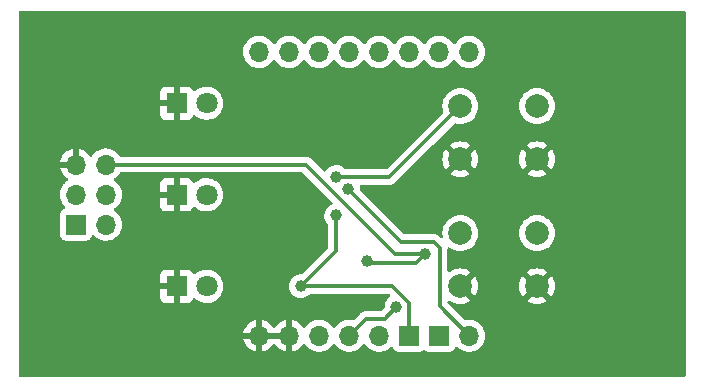
<source format=gbr>
%TF.GenerationSoftware,KiCad,Pcbnew,(6.0.9)*%
%TF.CreationDate,2024-02-06T02:56:22+01:00*%
%TF.ProjectId,HBW-1W-T10-Platine2,4842572d-3157-42d5-9431-302d506c6174,rev?*%
%TF.SameCoordinates,Original*%
%TF.FileFunction,Copper,L2,Bot*%
%TF.FilePolarity,Positive*%
%FSLAX46Y46*%
G04 Gerber Fmt 4.6, Leading zero omitted, Abs format (unit mm)*
G04 Created by KiCad (PCBNEW (6.0.9)) date 2024-02-06 02:56:22*
%MOMM*%
%LPD*%
G01*
G04 APERTURE LIST*
%TA.AperFunction,ComponentPad*%
%ADD10R,1.800000X1.800000*%
%TD*%
%TA.AperFunction,ComponentPad*%
%ADD11C,1.800000*%
%TD*%
%TA.AperFunction,ComponentPad*%
%ADD12C,2.000000*%
%TD*%
%TA.AperFunction,ComponentPad*%
%ADD13O,1.700000X1.700000*%
%TD*%
%TA.AperFunction,ComponentPad*%
%ADD14R,1.700000X1.700000*%
%TD*%
%TA.AperFunction,ViaPad*%
%ADD15C,1.000000*%
%TD*%
%TA.AperFunction,Conductor*%
%ADD16C,0.300000*%
%TD*%
G04 APERTURE END LIST*
D10*
%TO.P,D3,1,K*%
%TO.N,/GND*%
X133725000Y-61500000D03*
D11*
%TO.P,D3,2,A*%
%TO.N,/ID_LED*%
X136265000Y-61500000D03*
%TD*%
D10*
%TO.P,D2,1,K*%
%TO.N,/GND*%
X133725000Y-77000000D03*
D11*
%TO.P,D2,2,A*%
%TO.N,Net-(R4-Pad2)*%
X136265000Y-77000000D03*
%TD*%
D12*
%TO.P,SW2,1,1*%
%TO.N,/RST*%
X157750000Y-72500000D03*
X164250000Y-72500000D03*
%TO.P,SW2,2,2*%
%TO.N,/GND*%
X157750000Y-77000000D03*
X164250000Y-77000000D03*
%TD*%
D13*
%TO.P,J2,1,Pin_1*%
%TO.N,/GND*%
X140717800Y-81191600D03*
%TO.P,J2,2,Pin_2*%
X143257800Y-81191600D03*
%TO.P,J2,3,Pin_3*%
%TO.N,/RXD*%
X145797800Y-81191600D03*
%TO.P,J2,4,Pin_4*%
%TO.N,/D2*%
X148337800Y-81191600D03*
%TO.P,J2,5,Pin_5*%
%TO.N,/TXD*%
X150877800Y-81191600D03*
D14*
%TO.P,J2,6,Pin_6*%
%TO.N,/VCC*%
X153417800Y-81191600D03*
%TO.P,J2,7,Pin_7*%
X155957800Y-81191600D03*
D13*
%TO.P,J2,8,Pin_8*%
%TO.N,/D10*%
X158497800Y-81191600D03*
%TD*%
D12*
%TO.P,SW1,1,1*%
%TO.N,/A6*%
X164250000Y-61750000D03*
X157750000Y-61750000D03*
%TO.P,SW1,2,2*%
%TO.N,/GND*%
X164250000Y-66250000D03*
X157750000Y-66250000D03*
%TD*%
D13*
%TO.P,J1,1,Pin_1*%
%TO.N,/A7*%
X140717800Y-57166600D03*
%TO.P,J1,2,Pin_2*%
%TO.N,/A6*%
X143257800Y-57166600D03*
%TO.P,J1,3,Pin_3*%
%TO.N,/A5*%
X145797800Y-57166600D03*
%TO.P,J1,4,Pin_4*%
%TO.N,/A4*%
X148337800Y-57166600D03*
%TO.P,J1,5,Pin_5*%
%TO.N,/A3*%
X150877800Y-57166600D03*
%TO.P,J1,6,Pin_6*%
%TO.N,/A2*%
X153417800Y-57166600D03*
%TO.P,J1,7,Pin_7*%
%TO.N,/A1*%
X155957800Y-57166600D03*
%TO.P,J1,8,Pin_8*%
%TO.N,/A0*%
X158497800Y-57166600D03*
%TD*%
D10*
%TO.P,D1,1,K*%
%TO.N,/GND*%
X133725000Y-69250000D03*
D11*
%TO.P,D1,2,A*%
%TO.N,/LED*%
X136265000Y-69250000D03*
%TD*%
D13*
%TO.P,J3,1,Pin_1*%
%TO.N,/D12*%
X127750000Y-71775000D03*
D14*
%TO.P,J3,2,Pin_2*%
%TO.N,/VCC*%
X125210000Y-71775000D03*
D13*
%TO.P,J3,3,Pin_3*%
%TO.N,/D13*%
X127750000Y-69235000D03*
%TO.P,J3,4,Pin_4*%
%TO.N,/D11*%
X125210000Y-69235000D03*
%TO.P,J3,5,Pin_5*%
%TO.N,/RST*%
X127750000Y-66695000D03*
%TO.P,J3,6,Pin_6*%
%TO.N,/GND*%
X125210000Y-66695000D03*
%TD*%
D15*
%TO.N,/D2*%
X152349500Y-78750000D03*
%TO.N,/RST*%
X149850500Y-74850500D03*
X154750000Y-74250000D03*
%TO.N,/A6*%
X147250000Y-67750000D03*
%TO.N,/VCC*%
X144250000Y-77000000D03*
X147250000Y-71000000D03*
%TO.N,/D10*%
X148250000Y-68750000D03*
%TD*%
D16*
%TO.N,/D2*%
X151349500Y-79750000D02*
X149779400Y-79750000D01*
X149779400Y-79750000D02*
X148337800Y-81191600D01*
X152349500Y-78750000D02*
X151349500Y-79750000D01*
%TO.N,/RST*%
X154000000Y-75000000D02*
X154750000Y-74250000D01*
X144695000Y-66695000D02*
X127750000Y-66695000D01*
X149850500Y-74850500D02*
X150000000Y-75000000D01*
X154750000Y-74250000D02*
X152250000Y-74250000D01*
X150000000Y-75000000D02*
X154000000Y-75000000D01*
X152250000Y-74250000D02*
X144695000Y-66695000D01*
%TO.N,/A6*%
X151750000Y-67750000D02*
X147250000Y-67750000D01*
X157750000Y-61750000D02*
X151750000Y-67750000D01*
%TO.N,/VCC*%
X144250000Y-77000000D02*
X147250000Y-74000000D01*
X153417800Y-78417800D02*
X152000000Y-77000000D01*
X153417800Y-81191600D02*
X153417800Y-78417800D01*
X147250000Y-74000000D02*
X147250000Y-71000000D01*
X152000000Y-77000000D02*
X144250000Y-77000000D01*
%TO.N,/D10*%
X152750000Y-73250000D02*
X155500000Y-73250000D01*
X156000000Y-73750000D02*
X156000000Y-78693800D01*
X155500000Y-73250000D02*
X156000000Y-73750000D01*
X156000000Y-78693800D02*
X158497800Y-81191600D01*
X148250000Y-68750000D02*
X152750000Y-73250000D01*
%TD*%
%TA.AperFunction,Conductor*%
%TO.N,/GND*%
G36*
X176776421Y-53720102D02*
G01*
X176822914Y-53773758D01*
X176834300Y-53826100D01*
X176834300Y-84557100D01*
X176814298Y-84625221D01*
X176760642Y-84671714D01*
X176708300Y-84683100D01*
X120477300Y-84683100D01*
X120409179Y-84663098D01*
X120362686Y-84609442D01*
X120351300Y-84557100D01*
X120351300Y-81459566D01*
X139386057Y-81459566D01*
X139416365Y-81594046D01*
X139419445Y-81603875D01*
X139499570Y-81801203D01*
X139504213Y-81810394D01*
X139615494Y-81991988D01*
X139621577Y-82000299D01*
X139761013Y-82161267D01*
X139768380Y-82168483D01*
X139932234Y-82304516D01*
X139940681Y-82310431D01*
X140124556Y-82417879D01*
X140133842Y-82422329D01*
X140332801Y-82498303D01*
X140342699Y-82501179D01*
X140446050Y-82522206D01*
X140460099Y-82521010D01*
X140463800Y-82510665D01*
X140463800Y-82510117D01*
X140971800Y-82510117D01*
X140975864Y-82523959D01*
X140989278Y-82525993D01*
X140995984Y-82525134D01*
X141006062Y-82522992D01*
X141210055Y-82461791D01*
X141219642Y-82458033D01*
X141410895Y-82364339D01*
X141419745Y-82359064D01*
X141593128Y-82235392D01*
X141601000Y-82228739D01*
X141751852Y-82078412D01*
X141758530Y-82070565D01*
X141885822Y-81893419D01*
X141886947Y-81894227D01*
X141934469Y-81850476D01*
X142004407Y-81838261D01*
X142069846Y-81865797D01*
X142097670Y-81897628D01*
X142155490Y-81991983D01*
X142161577Y-82000299D01*
X142301013Y-82161267D01*
X142308380Y-82168483D01*
X142472234Y-82304516D01*
X142480681Y-82310431D01*
X142664556Y-82417879D01*
X142673842Y-82422329D01*
X142872801Y-82498303D01*
X142882699Y-82501179D01*
X142986050Y-82522206D01*
X143000099Y-82521010D01*
X143003800Y-82510665D01*
X143003800Y-81463715D01*
X142999325Y-81448476D01*
X142997935Y-81447271D01*
X142990252Y-81445600D01*
X140989915Y-81445600D01*
X140974676Y-81450075D01*
X140973471Y-81451465D01*
X140971800Y-81459148D01*
X140971800Y-82510117D01*
X140463800Y-82510117D01*
X140463800Y-81463715D01*
X140459325Y-81448476D01*
X140457935Y-81447271D01*
X140450252Y-81445600D01*
X139401025Y-81445600D01*
X139387494Y-81449573D01*
X139386057Y-81459566D01*
X120351300Y-81459566D01*
X120351300Y-80925783D01*
X139382189Y-80925783D01*
X139383712Y-80934207D01*
X139396092Y-80937600D01*
X140445685Y-80937600D01*
X140460924Y-80933125D01*
X140462129Y-80931735D01*
X140463800Y-80924052D01*
X140463800Y-80919485D01*
X140971800Y-80919485D01*
X140976275Y-80934724D01*
X140977665Y-80935929D01*
X140985348Y-80937600D01*
X142985685Y-80937600D01*
X143000924Y-80933125D01*
X143002129Y-80931735D01*
X143003800Y-80924052D01*
X143003800Y-79874702D01*
X142999882Y-79861358D01*
X142985606Y-79859371D01*
X142947124Y-79865260D01*
X142937088Y-79867651D01*
X142734668Y-79933812D01*
X142725159Y-79937809D01*
X142536263Y-80036142D01*
X142527538Y-80041636D01*
X142357233Y-80169505D01*
X142349526Y-80176348D01*
X142202390Y-80330317D01*
X142195904Y-80338327D01*
X142090993Y-80492121D01*
X142036082Y-80537124D01*
X141965557Y-80545295D01*
X141901810Y-80514041D01*
X141881113Y-80489557D01*
X141800227Y-80364526D01*
X141793936Y-80356357D01*
X141650606Y-80198840D01*
X141643073Y-80191815D01*
X141475939Y-80059822D01*
X141467352Y-80054117D01*
X141280917Y-79951199D01*
X141271505Y-79946969D01*
X141070759Y-79875880D01*
X141060788Y-79873246D01*
X140989637Y-79860572D01*
X140976340Y-79862032D01*
X140971800Y-79876589D01*
X140971800Y-80919485D01*
X140463800Y-80919485D01*
X140463800Y-79874702D01*
X140459882Y-79861358D01*
X140445606Y-79859371D01*
X140407124Y-79865260D01*
X140397088Y-79867651D01*
X140194668Y-79933812D01*
X140185159Y-79937809D01*
X139996263Y-80036142D01*
X139987538Y-80041636D01*
X139817233Y-80169505D01*
X139809526Y-80176348D01*
X139662390Y-80330317D01*
X139655904Y-80338327D01*
X139535898Y-80514249D01*
X139530800Y-80523223D01*
X139441138Y-80716383D01*
X139437575Y-80726070D01*
X139382189Y-80925783D01*
X120351300Y-80925783D01*
X120351300Y-77944669D01*
X132317001Y-77944669D01*
X132317371Y-77951490D01*
X132322895Y-78002352D01*
X132326521Y-78017604D01*
X132371676Y-78138054D01*
X132380214Y-78153649D01*
X132456715Y-78255724D01*
X132469276Y-78268285D01*
X132571351Y-78344786D01*
X132586946Y-78353324D01*
X132707394Y-78398478D01*
X132722649Y-78402105D01*
X132773514Y-78407631D01*
X132780328Y-78408000D01*
X133452885Y-78408000D01*
X133468124Y-78403525D01*
X133469329Y-78402135D01*
X133471000Y-78394452D01*
X133471000Y-78389884D01*
X133979000Y-78389884D01*
X133983475Y-78405123D01*
X133984865Y-78406328D01*
X133992548Y-78407999D01*
X134669669Y-78407999D01*
X134676490Y-78407629D01*
X134727352Y-78402105D01*
X134742604Y-78398479D01*
X134863054Y-78353324D01*
X134878649Y-78344786D01*
X134980724Y-78268285D01*
X134993285Y-78255724D01*
X135069786Y-78153649D01*
X135078324Y-78138054D01*
X135099773Y-78080840D01*
X135142415Y-78024075D01*
X135208977Y-77999376D01*
X135278325Y-78014584D01*
X135298240Y-78028126D01*
X135454349Y-78157730D01*
X135654322Y-78274584D01*
X135870694Y-78357209D01*
X135875760Y-78358240D01*
X135875761Y-78358240D01*
X135885051Y-78360130D01*
X136097656Y-78403385D01*
X136228324Y-78408176D01*
X136323949Y-78411683D01*
X136323953Y-78411683D01*
X136329113Y-78411872D01*
X136334233Y-78411216D01*
X136334235Y-78411216D01*
X136433668Y-78398478D01*
X136558847Y-78382442D01*
X136563795Y-78380957D01*
X136563802Y-78380956D01*
X136775747Y-78317369D01*
X136780690Y-78315886D01*
X136785324Y-78313616D01*
X136984049Y-78216262D01*
X136984052Y-78216260D01*
X136988684Y-78213991D01*
X137177243Y-78079494D01*
X137341303Y-77916005D01*
X137476458Y-77727917D01*
X137486328Y-77707948D01*
X137576784Y-77524922D01*
X137576785Y-77524920D01*
X137579078Y-77520280D01*
X137646408Y-77298671D01*
X137676640Y-77069041D01*
X137678327Y-77000000D01*
X137661005Y-76789306D01*
X137659773Y-76774318D01*
X137659772Y-76774312D01*
X137659349Y-76769167D01*
X137625797Y-76635592D01*
X137604184Y-76549544D01*
X137604183Y-76549540D01*
X137602925Y-76544533D01*
X137599812Y-76537373D01*
X137512630Y-76336868D01*
X137512628Y-76336865D01*
X137510570Y-76332131D01*
X137384764Y-76137665D01*
X137380509Y-76132988D01*
X137317065Y-76063265D01*
X137228887Y-75966358D01*
X137224836Y-75963159D01*
X137224832Y-75963155D01*
X137051177Y-75826011D01*
X137051172Y-75826008D01*
X137047123Y-75822810D01*
X137042607Y-75820317D01*
X137042604Y-75820315D01*
X136848879Y-75713373D01*
X136848875Y-75713371D01*
X136844355Y-75710876D01*
X136839486Y-75709152D01*
X136839482Y-75709150D01*
X136630903Y-75635288D01*
X136630899Y-75635287D01*
X136626028Y-75633562D01*
X136620935Y-75632655D01*
X136620932Y-75632654D01*
X136403095Y-75593851D01*
X136403089Y-75593850D01*
X136398006Y-75592945D01*
X136320644Y-75592000D01*
X136171581Y-75590179D01*
X136171579Y-75590179D01*
X136166411Y-75590116D01*
X135937464Y-75625150D01*
X135717314Y-75697106D01*
X135712726Y-75699494D01*
X135712722Y-75699496D01*
X135528688Y-75795298D01*
X135511872Y-75804052D01*
X135507739Y-75807155D01*
X135507736Y-75807157D01*
X135330790Y-75940012D01*
X135326655Y-75943117D01*
X135318852Y-75951283D01*
X135308787Y-75961815D01*
X135247263Y-75997245D01*
X135176351Y-75993788D01*
X135118564Y-75952543D01*
X135099711Y-75918994D01*
X135078324Y-75861946D01*
X135069786Y-75846351D01*
X134993285Y-75744276D01*
X134980724Y-75731715D01*
X134878649Y-75655214D01*
X134863054Y-75646676D01*
X134742606Y-75601522D01*
X134727351Y-75597895D01*
X134676486Y-75592369D01*
X134669672Y-75592000D01*
X133997115Y-75592000D01*
X133981876Y-75596475D01*
X133980671Y-75597865D01*
X133979000Y-75605548D01*
X133979000Y-78389884D01*
X133471000Y-78389884D01*
X133471000Y-77272115D01*
X133466525Y-77256876D01*
X133465135Y-77255671D01*
X133457452Y-77254000D01*
X132335116Y-77254000D01*
X132319877Y-77258475D01*
X132318672Y-77259865D01*
X132317001Y-77267548D01*
X132317001Y-77944669D01*
X120351300Y-77944669D01*
X120351300Y-76727885D01*
X132317000Y-76727885D01*
X132321475Y-76743124D01*
X132322865Y-76744329D01*
X132330548Y-76746000D01*
X133452885Y-76746000D01*
X133468124Y-76741525D01*
X133469329Y-76740135D01*
X133471000Y-76732452D01*
X133471000Y-75610116D01*
X133466525Y-75594877D01*
X133465135Y-75593672D01*
X133457452Y-75592001D01*
X132780331Y-75592001D01*
X132773510Y-75592371D01*
X132722648Y-75597895D01*
X132707396Y-75601521D01*
X132586946Y-75646676D01*
X132571351Y-75655214D01*
X132469276Y-75731715D01*
X132456715Y-75744276D01*
X132380214Y-75846351D01*
X132371676Y-75861946D01*
X132326522Y-75982394D01*
X132322895Y-75997649D01*
X132317369Y-76048514D01*
X132317000Y-76055328D01*
X132317000Y-76727885D01*
X120351300Y-76727885D01*
X120351300Y-69201695D01*
X123847251Y-69201695D01*
X123847548Y-69206848D01*
X123847548Y-69206851D01*
X123853011Y-69301590D01*
X123860110Y-69424715D01*
X123861247Y-69429761D01*
X123861248Y-69429767D01*
X123877978Y-69504000D01*
X123909222Y-69642639D01*
X123993266Y-69849616D01*
X124044019Y-69932438D01*
X124107291Y-70035688D01*
X124109987Y-70040088D01*
X124256250Y-70208938D01*
X124260230Y-70212242D01*
X124264981Y-70216187D01*
X124304616Y-70275090D01*
X124306113Y-70346071D01*
X124268997Y-70406593D01*
X124228725Y-70431112D01*
X124149018Y-70460993D01*
X124113295Y-70474385D01*
X123996739Y-70561739D01*
X123909385Y-70678295D01*
X123858255Y-70814684D01*
X123851500Y-70876866D01*
X123851500Y-72673134D01*
X123858255Y-72735316D01*
X123909385Y-72871705D01*
X123996739Y-72988261D01*
X124113295Y-73075615D01*
X124249684Y-73126745D01*
X124311866Y-73133500D01*
X126108134Y-73133500D01*
X126170316Y-73126745D01*
X126306705Y-73075615D01*
X126423261Y-72988261D01*
X126510615Y-72871705D01*
X126553286Y-72757881D01*
X126554598Y-72754382D01*
X126597240Y-72697618D01*
X126663802Y-72672918D01*
X126733150Y-72688126D01*
X126767817Y-72716114D01*
X126796250Y-72748938D01*
X126968126Y-72891632D01*
X127161000Y-73004338D01*
X127369692Y-73084030D01*
X127374760Y-73085061D01*
X127374763Y-73085062D01*
X127482017Y-73106883D01*
X127588597Y-73128567D01*
X127593772Y-73128757D01*
X127593774Y-73128757D01*
X127806673Y-73136564D01*
X127806677Y-73136564D01*
X127811837Y-73136753D01*
X127816957Y-73136097D01*
X127816959Y-73136097D01*
X128028288Y-73109025D01*
X128028289Y-73109025D01*
X128033416Y-73108368D01*
X128038366Y-73106883D01*
X128242429Y-73045661D01*
X128242434Y-73045659D01*
X128247384Y-73044174D01*
X128447994Y-72945896D01*
X128629860Y-72816173D01*
X128788096Y-72658489D01*
X128803757Y-72636695D01*
X128915435Y-72481277D01*
X128918453Y-72477077D01*
X129017430Y-72276811D01*
X129082370Y-72063069D01*
X129111529Y-71841590D01*
X129113156Y-71775000D01*
X129094852Y-71552361D01*
X129040431Y-71335702D01*
X128951354Y-71130840D01*
X128905357Y-71059740D01*
X128832822Y-70947617D01*
X128832820Y-70947614D01*
X128830014Y-70943277D01*
X128679670Y-70778051D01*
X128675619Y-70774852D01*
X128675615Y-70774848D01*
X128508414Y-70642800D01*
X128508410Y-70642798D01*
X128504359Y-70639598D01*
X128463053Y-70616796D01*
X128413084Y-70566364D01*
X128398312Y-70496921D01*
X128423428Y-70430516D01*
X128450780Y-70403909D01*
X128494603Y-70372650D01*
X128629860Y-70276173D01*
X128646307Y-70259784D01*
X128711650Y-70194669D01*
X132317001Y-70194669D01*
X132317371Y-70201490D01*
X132322895Y-70252352D01*
X132326521Y-70267604D01*
X132371676Y-70388054D01*
X132380214Y-70403649D01*
X132456715Y-70505724D01*
X132469276Y-70518285D01*
X132571351Y-70594786D01*
X132586946Y-70603324D01*
X132707394Y-70648478D01*
X132722649Y-70652105D01*
X132773514Y-70657631D01*
X132780328Y-70658000D01*
X133452885Y-70658000D01*
X133468124Y-70653525D01*
X133469329Y-70652135D01*
X133471000Y-70644452D01*
X133471000Y-70639884D01*
X133979000Y-70639884D01*
X133983475Y-70655123D01*
X133984865Y-70656328D01*
X133992548Y-70657999D01*
X134669669Y-70657999D01*
X134676490Y-70657629D01*
X134727352Y-70652105D01*
X134742604Y-70648479D01*
X134863054Y-70603324D01*
X134878649Y-70594786D01*
X134980724Y-70518285D01*
X134993285Y-70505724D01*
X135069786Y-70403649D01*
X135078324Y-70388054D01*
X135099773Y-70330840D01*
X135142415Y-70274075D01*
X135208977Y-70249376D01*
X135278325Y-70264584D01*
X135298240Y-70278126D01*
X135449747Y-70403909D01*
X135454349Y-70407730D01*
X135654322Y-70524584D01*
X135870694Y-70607209D01*
X135875760Y-70608240D01*
X135875761Y-70608240D01*
X135917820Y-70616797D01*
X136097656Y-70653385D01*
X136228324Y-70658176D01*
X136323949Y-70661683D01*
X136323953Y-70661683D01*
X136329113Y-70661872D01*
X136334233Y-70661216D01*
X136334235Y-70661216D01*
X136433668Y-70648478D01*
X136558847Y-70632442D01*
X136563795Y-70630957D01*
X136563802Y-70630956D01*
X136775747Y-70567369D01*
X136780690Y-70565886D01*
X136861236Y-70526427D01*
X136984049Y-70466262D01*
X136984052Y-70466260D01*
X136988684Y-70463991D01*
X137177243Y-70329494D01*
X137341303Y-70166005D01*
X137476458Y-69977917D01*
X137496173Y-69938028D01*
X137576784Y-69774922D01*
X137576785Y-69774920D01*
X137579078Y-69770280D01*
X137646408Y-69548671D01*
X137676640Y-69319041D01*
X137676985Y-69304908D01*
X137678245Y-69253365D01*
X137678245Y-69253361D01*
X137678327Y-69250000D01*
X137672032Y-69173434D01*
X137659773Y-69024318D01*
X137659772Y-69024312D01*
X137659349Y-69019167D01*
X137602925Y-68794533D01*
X137595865Y-68778295D01*
X137512630Y-68586868D01*
X137512628Y-68586865D01*
X137510570Y-68582131D01*
X137384764Y-68387665D01*
X137379074Y-68381411D01*
X137281749Y-68274453D01*
X137228887Y-68216358D01*
X137224836Y-68213159D01*
X137224832Y-68213155D01*
X137051177Y-68076011D01*
X137051172Y-68076008D01*
X137047123Y-68072810D01*
X137042607Y-68070317D01*
X137042604Y-68070315D01*
X136848879Y-67963373D01*
X136848875Y-67963371D01*
X136844355Y-67960876D01*
X136839486Y-67959152D01*
X136839482Y-67959150D01*
X136630903Y-67885288D01*
X136630899Y-67885287D01*
X136626028Y-67883562D01*
X136620935Y-67882655D01*
X136620932Y-67882654D01*
X136403095Y-67843851D01*
X136403089Y-67843850D01*
X136398006Y-67842945D01*
X136320644Y-67842000D01*
X136171581Y-67840179D01*
X136171579Y-67840179D01*
X136166411Y-67840116D01*
X135937464Y-67875150D01*
X135717314Y-67947106D01*
X135712726Y-67949494D01*
X135712722Y-67949496D01*
X135516461Y-68051663D01*
X135511872Y-68054052D01*
X135507739Y-68057155D01*
X135507736Y-68057157D01*
X135331515Y-68189468D01*
X135326655Y-68193117D01*
X135323083Y-68196855D01*
X135308787Y-68211815D01*
X135247263Y-68247245D01*
X135176351Y-68243788D01*
X135118564Y-68202543D01*
X135099711Y-68168994D01*
X135078324Y-68111946D01*
X135069786Y-68096351D01*
X134993285Y-67994276D01*
X134980724Y-67981715D01*
X134878649Y-67905214D01*
X134863054Y-67896676D01*
X134742606Y-67851522D01*
X134727351Y-67847895D01*
X134676486Y-67842369D01*
X134669672Y-67842000D01*
X133997115Y-67842000D01*
X133981876Y-67846475D01*
X133980671Y-67847865D01*
X133979000Y-67855548D01*
X133979000Y-70639884D01*
X133471000Y-70639884D01*
X133471000Y-69522115D01*
X133466525Y-69506876D01*
X133465135Y-69505671D01*
X133457452Y-69504000D01*
X132335116Y-69504000D01*
X132319877Y-69508475D01*
X132318672Y-69509865D01*
X132317001Y-69517548D01*
X132317001Y-70194669D01*
X128711650Y-70194669D01*
X128750551Y-70155903D01*
X128788096Y-70118489D01*
X128827781Y-70063262D01*
X128915435Y-69941277D01*
X128918453Y-69937077D01*
X128929804Y-69914111D01*
X129015136Y-69741453D01*
X129015137Y-69741451D01*
X129017430Y-69736811D01*
X129073089Y-69553617D01*
X129080865Y-69528023D01*
X129080865Y-69528021D01*
X129082370Y-69523069D01*
X129111529Y-69301590D01*
X129112790Y-69250000D01*
X129113074Y-69238365D01*
X129113074Y-69238361D01*
X129113156Y-69235000D01*
X129094852Y-69012361D01*
X129086192Y-68977885D01*
X132317000Y-68977885D01*
X132321475Y-68993124D01*
X132322865Y-68994329D01*
X132330548Y-68996000D01*
X133452885Y-68996000D01*
X133468124Y-68991525D01*
X133469329Y-68990135D01*
X133471000Y-68982452D01*
X133471000Y-67860116D01*
X133466525Y-67844877D01*
X133465135Y-67843672D01*
X133457452Y-67842001D01*
X132780331Y-67842001D01*
X132773510Y-67842371D01*
X132722648Y-67847895D01*
X132707396Y-67851521D01*
X132586946Y-67896676D01*
X132571351Y-67905214D01*
X132469276Y-67981715D01*
X132456715Y-67994276D01*
X132380214Y-68096351D01*
X132371676Y-68111946D01*
X132326522Y-68232394D01*
X132322895Y-68247649D01*
X132317369Y-68298514D01*
X132317000Y-68305328D01*
X132317000Y-68977885D01*
X129086192Y-68977885D01*
X129040431Y-68795702D01*
X128951354Y-68590840D01*
X128830014Y-68403277D01*
X128679670Y-68238051D01*
X128675619Y-68234852D01*
X128675615Y-68234848D01*
X128508414Y-68102800D01*
X128508410Y-68102798D01*
X128504359Y-68099598D01*
X128463053Y-68076796D01*
X128413084Y-68026364D01*
X128398312Y-67956921D01*
X128423428Y-67890516D01*
X128450780Y-67863909D01*
X128494603Y-67832650D01*
X128629860Y-67736173D01*
X128676413Y-67689783D01*
X128784435Y-67582137D01*
X128788096Y-67578489D01*
X128851452Y-67490320D01*
X128912060Y-67405974D01*
X128968055Y-67362326D01*
X129014383Y-67353500D01*
X144370050Y-67353500D01*
X144438171Y-67373502D01*
X144459145Y-67390405D01*
X146920539Y-69851799D01*
X146954565Y-69914111D01*
X146949500Y-69984926D01*
X146906953Y-70041762D01*
X146878645Y-70057719D01*
X146876286Y-70058672D01*
X146870381Y-70060410D01*
X146864928Y-70063261D01*
X146864925Y-70063262D01*
X146823882Y-70084719D01*
X146695110Y-70152040D01*
X146540975Y-70275968D01*
X146413846Y-70427474D01*
X146410879Y-70432872D01*
X146410875Y-70432877D01*
X146359446Y-70526427D01*
X146318567Y-70600787D01*
X146316706Y-70606654D01*
X146316705Y-70606656D01*
X146296259Y-70671109D01*
X146258765Y-70789306D01*
X146236719Y-70985851D01*
X146237235Y-70991995D01*
X146249293Y-71135590D01*
X146253268Y-71182934D01*
X146254967Y-71188858D01*
X146298513Y-71340720D01*
X146307783Y-71373050D01*
X146398187Y-71548956D01*
X146521035Y-71703953D01*
X146525729Y-71707947D01*
X146525730Y-71707949D01*
X146547164Y-71726191D01*
X146586076Y-71785574D01*
X146591500Y-71822144D01*
X146591500Y-73675050D01*
X146571498Y-73743171D01*
X146554595Y-73764145D01*
X144367457Y-75951283D01*
X144305145Y-75985309D01*
X144269370Y-75987269D01*
X144269370Y-75987332D01*
X144268351Y-75987325D01*
X144265192Y-75987498D01*
X144263205Y-75987289D01*
X144263202Y-75987289D01*
X144257075Y-75986645D01*
X144174576Y-75994153D01*
X144066251Y-76004011D01*
X144066248Y-76004012D01*
X144060112Y-76004570D01*
X144054206Y-76006308D01*
X144054202Y-76006309D01*
X143949076Y-76037249D01*
X143870381Y-76060410D01*
X143864923Y-76063263D01*
X143864919Y-76063265D01*
X143774446Y-76110564D01*
X143695110Y-76152040D01*
X143540975Y-76275968D01*
X143413846Y-76427474D01*
X143410879Y-76432872D01*
X143410875Y-76432877D01*
X143359101Y-76527055D01*
X143318567Y-76600787D01*
X143316706Y-76606654D01*
X143316705Y-76606656D01*
X143268520Y-76758554D01*
X143258765Y-76789306D01*
X143236719Y-76985851D01*
X143253268Y-77182934D01*
X143267251Y-77231699D01*
X143305343Y-77364539D01*
X143307783Y-77373050D01*
X143398187Y-77548956D01*
X143521035Y-77703953D01*
X143525728Y-77707947D01*
X143525729Y-77707948D01*
X143554127Y-77732116D01*
X143671650Y-77832136D01*
X143844294Y-77928624D01*
X144032392Y-77989740D01*
X144228777Y-78013158D01*
X144234912Y-78012686D01*
X144234914Y-78012686D01*
X144419830Y-77998457D01*
X144419834Y-77998456D01*
X144425972Y-77997984D01*
X144616463Y-77944798D01*
X144621967Y-77942018D01*
X144621969Y-77942017D01*
X144787495Y-77858404D01*
X144787497Y-77858403D01*
X144792996Y-77855625D01*
X144948847Y-77733861D01*
X144976203Y-77702169D01*
X145035856Y-77663672D01*
X145071584Y-77658500D01*
X151675050Y-77658500D01*
X151743171Y-77678502D01*
X151764145Y-77695405D01*
X151792966Y-77724226D01*
X151826992Y-77786538D01*
X151821927Y-77857353D01*
X151782823Y-77911517D01*
X151640475Y-78025968D01*
X151513346Y-78177474D01*
X151510379Y-78182872D01*
X151510375Y-78182877D01*
X151438502Y-78313616D01*
X151418067Y-78350787D01*
X151416206Y-78356654D01*
X151416205Y-78356656D01*
X151372991Y-78492885D01*
X151358265Y-78539306D01*
X151336219Y-78735851D01*
X151336735Y-78741995D01*
X151338775Y-78766290D01*
X151324543Y-78835845D01*
X151302312Y-78865928D01*
X151113645Y-79054595D01*
X151051333Y-79088621D01*
X151024550Y-79091500D01*
X149861456Y-79091500D01*
X149849600Y-79090941D01*
X149849597Y-79090941D01*
X149841863Y-79089212D01*
X149786846Y-79090941D01*
X149771031Y-79091438D01*
X149767073Y-79091500D01*
X149737968Y-79091500D01*
X149733568Y-79092056D01*
X149721736Y-79092988D01*
X149675569Y-79094438D01*
X149654979Y-79100420D01*
X149635618Y-79104430D01*
X149628630Y-79105312D01*
X149622196Y-79106125D01*
X149622195Y-79106125D01*
X149614336Y-79107118D01*
X149606971Y-79110034D01*
X149606967Y-79110035D01*
X149571379Y-79124126D01*
X149560169Y-79127965D01*
X149515800Y-79140855D01*
X149497343Y-79151771D01*
X149479593Y-79160466D01*
X149459644Y-79168365D01*
X149453233Y-79173023D01*
X149453231Y-79173024D01*
X149422264Y-79195523D01*
X149412346Y-79202038D01*
X149372593Y-79225548D01*
X149357432Y-79240709D01*
X149342400Y-79253548D01*
X149325043Y-79266159D01*
X149319990Y-79272267D01*
X149295594Y-79301757D01*
X149287604Y-79310537D01*
X148765136Y-79833005D01*
X148702824Y-79867031D01*
X148653945Y-79867957D01*
X148471173Y-79835400D01*
X148471167Y-79835399D01*
X148466084Y-79834494D01*
X148392252Y-79833592D01*
X148247881Y-79831828D01*
X148247879Y-79831828D01*
X148242711Y-79831765D01*
X148021891Y-79865555D01*
X147809556Y-79934957D01*
X147611407Y-80038107D01*
X147607274Y-80041210D01*
X147607271Y-80041212D01*
X147583047Y-80059400D01*
X147432765Y-80172235D01*
X147278429Y-80333738D01*
X147171001Y-80491221D01*
X147116093Y-80536221D01*
X147045568Y-80544392D01*
X146981821Y-80513138D01*
X146961124Y-80488654D01*
X146880622Y-80364217D01*
X146880620Y-80364214D01*
X146877814Y-80359877D01*
X146727470Y-80194651D01*
X146723419Y-80191452D01*
X146723415Y-80191448D01*
X146556214Y-80059400D01*
X146556210Y-80059398D01*
X146552159Y-80056198D01*
X146515828Y-80036142D01*
X146499936Y-80027369D01*
X146356589Y-79948238D01*
X146351720Y-79946514D01*
X146351716Y-79946512D01*
X146150887Y-79875395D01*
X146150883Y-79875394D01*
X146146012Y-79873669D01*
X146140919Y-79872762D01*
X146140916Y-79872761D01*
X145931173Y-79835400D01*
X145931167Y-79835399D01*
X145926084Y-79834494D01*
X145852252Y-79833592D01*
X145707881Y-79831828D01*
X145707879Y-79831828D01*
X145702711Y-79831765D01*
X145481891Y-79865555D01*
X145269556Y-79934957D01*
X145071407Y-80038107D01*
X145067274Y-80041210D01*
X145067271Y-80041212D01*
X145043047Y-80059400D01*
X144892765Y-80172235D01*
X144738429Y-80333738D01*
X144735520Y-80338003D01*
X144735514Y-80338011D01*
X144723204Y-80356057D01*
X144631004Y-80491218D01*
X144630698Y-80491666D01*
X144575787Y-80536669D01*
X144505262Y-80544840D01*
X144441515Y-80513586D01*
X144420818Y-80489102D01*
X144340226Y-80364526D01*
X144333936Y-80356357D01*
X144190606Y-80198840D01*
X144183073Y-80191815D01*
X144015939Y-80059822D01*
X144007352Y-80054117D01*
X143820917Y-79951199D01*
X143811505Y-79946969D01*
X143610759Y-79875880D01*
X143600788Y-79873246D01*
X143529637Y-79860572D01*
X143516340Y-79862032D01*
X143511800Y-79876589D01*
X143511800Y-82510117D01*
X143515864Y-82523959D01*
X143529278Y-82525993D01*
X143535984Y-82525134D01*
X143546062Y-82522992D01*
X143750055Y-82461791D01*
X143759642Y-82458033D01*
X143950895Y-82364339D01*
X143959745Y-82359064D01*
X144133128Y-82235392D01*
X144141000Y-82228739D01*
X144291852Y-82078412D01*
X144298530Y-82070565D01*
X144425822Y-81893419D01*
X144427079Y-81894322D01*
X144474173Y-81850962D01*
X144544111Y-81838745D01*
X144609551Y-81866278D01*
X144637379Y-81898111D01*
X144697787Y-81996688D01*
X144844050Y-82165538D01*
X145015926Y-82308232D01*
X145208800Y-82420938D01*
X145417492Y-82500630D01*
X145422560Y-82501661D01*
X145422563Y-82501662D01*
X145517662Y-82521010D01*
X145636397Y-82545167D01*
X145641572Y-82545357D01*
X145641574Y-82545357D01*
X145854473Y-82553164D01*
X145854477Y-82553164D01*
X145859637Y-82553353D01*
X145864757Y-82552697D01*
X145864759Y-82552697D01*
X146076088Y-82525625D01*
X146076089Y-82525625D01*
X146081216Y-82524968D01*
X146086166Y-82523483D01*
X146290229Y-82462261D01*
X146290234Y-82462259D01*
X146295184Y-82460774D01*
X146495794Y-82362496D01*
X146677660Y-82232773D01*
X146835896Y-82075089D01*
X146966253Y-81893677D01*
X146967576Y-81894628D01*
X147014445Y-81851457D01*
X147084380Y-81839225D01*
X147149826Y-81866744D01*
X147177675Y-81898594D01*
X147237787Y-81996688D01*
X147384050Y-82165538D01*
X147555926Y-82308232D01*
X147748800Y-82420938D01*
X147957492Y-82500630D01*
X147962560Y-82501661D01*
X147962563Y-82501662D01*
X148057662Y-82521010D01*
X148176397Y-82545167D01*
X148181572Y-82545357D01*
X148181574Y-82545357D01*
X148394473Y-82553164D01*
X148394477Y-82553164D01*
X148399637Y-82553353D01*
X148404757Y-82552697D01*
X148404759Y-82552697D01*
X148616088Y-82525625D01*
X148616089Y-82525625D01*
X148621216Y-82524968D01*
X148626166Y-82523483D01*
X148830229Y-82462261D01*
X148830234Y-82462259D01*
X148835184Y-82460774D01*
X149035794Y-82362496D01*
X149217660Y-82232773D01*
X149375896Y-82075089D01*
X149506253Y-81893677D01*
X149507576Y-81894628D01*
X149554445Y-81851457D01*
X149624380Y-81839225D01*
X149689826Y-81866744D01*
X149717675Y-81898594D01*
X149777787Y-81996688D01*
X149924050Y-82165538D01*
X150095926Y-82308232D01*
X150288800Y-82420938D01*
X150497492Y-82500630D01*
X150502560Y-82501661D01*
X150502563Y-82501662D01*
X150597662Y-82521010D01*
X150716397Y-82545167D01*
X150721572Y-82545357D01*
X150721574Y-82545357D01*
X150934473Y-82553164D01*
X150934477Y-82553164D01*
X150939637Y-82553353D01*
X150944757Y-82552697D01*
X150944759Y-82552697D01*
X151156088Y-82525625D01*
X151156089Y-82525625D01*
X151161216Y-82524968D01*
X151166166Y-82523483D01*
X151370229Y-82462261D01*
X151370234Y-82462259D01*
X151375184Y-82460774D01*
X151575794Y-82362496D01*
X151757660Y-82232773D01*
X151865891Y-82124919D01*
X151928262Y-82091004D01*
X151999068Y-82096192D01*
X152055830Y-82138838D01*
X152072812Y-82169941D01*
X152094855Y-82228739D01*
X152117185Y-82288305D01*
X152204539Y-82404861D01*
X152321095Y-82492215D01*
X152457484Y-82543345D01*
X152519666Y-82550100D01*
X154315934Y-82550100D01*
X154378116Y-82543345D01*
X154514505Y-82492215D01*
X154612236Y-82418970D01*
X154678741Y-82394122D01*
X154748124Y-82409175D01*
X154763362Y-82418968D01*
X154861095Y-82492215D01*
X154997484Y-82543345D01*
X155059666Y-82550100D01*
X156855934Y-82550100D01*
X156918116Y-82543345D01*
X157054505Y-82492215D01*
X157171061Y-82404861D01*
X157258415Y-82288305D01*
X157280599Y-82229129D01*
X157302398Y-82170982D01*
X157345040Y-82114218D01*
X157411602Y-82089518D01*
X157480950Y-82104726D01*
X157515617Y-82132714D01*
X157544050Y-82165538D01*
X157715926Y-82308232D01*
X157908800Y-82420938D01*
X158117492Y-82500630D01*
X158122560Y-82501661D01*
X158122563Y-82501662D01*
X158217662Y-82521010D01*
X158336397Y-82545167D01*
X158341572Y-82545357D01*
X158341574Y-82545357D01*
X158554473Y-82553164D01*
X158554477Y-82553164D01*
X158559637Y-82553353D01*
X158564757Y-82552697D01*
X158564759Y-82552697D01*
X158776088Y-82525625D01*
X158776089Y-82525625D01*
X158781216Y-82524968D01*
X158786166Y-82523483D01*
X158990229Y-82462261D01*
X158990234Y-82462259D01*
X158995184Y-82460774D01*
X159195794Y-82362496D01*
X159377660Y-82232773D01*
X159535896Y-82075089D01*
X159666253Y-81893677D01*
X159679795Y-81866278D01*
X159762936Y-81698053D01*
X159762937Y-81698051D01*
X159765230Y-81693411D01*
X159830170Y-81479669D01*
X159859329Y-81258190D01*
X159860956Y-81191600D01*
X159842652Y-80968961D01*
X159788231Y-80752302D01*
X159699154Y-80547440D01*
X159577814Y-80359877D01*
X159427470Y-80194651D01*
X159423419Y-80191452D01*
X159423415Y-80191448D01*
X159256214Y-80059400D01*
X159256210Y-80059398D01*
X159252159Y-80056198D01*
X159215828Y-80036142D01*
X159199936Y-80027369D01*
X159056589Y-79948238D01*
X159051720Y-79946514D01*
X159051716Y-79946512D01*
X158850887Y-79875395D01*
X158850883Y-79875394D01*
X158846012Y-79873669D01*
X158840919Y-79872762D01*
X158840916Y-79872761D01*
X158631173Y-79835400D01*
X158631167Y-79835399D01*
X158626084Y-79834494D01*
X158552252Y-79833592D01*
X158407881Y-79831828D01*
X158407879Y-79831828D01*
X158402711Y-79831765D01*
X158181891Y-79865555D01*
X158181728Y-79864491D01*
X158116129Y-79861088D01*
X158068748Y-79831288D01*
X156695405Y-78457945D01*
X156661379Y-78395633D01*
X156658500Y-78368850D01*
X156658500Y-78323542D01*
X156678502Y-78255421D01*
X156732158Y-78208928D01*
X156802432Y-78198824D01*
X156858557Y-78221603D01*
X156865103Y-78226358D01*
X157059042Y-78345205D01*
X157067837Y-78349687D01*
X157277988Y-78436734D01*
X157287373Y-78439783D01*
X157508554Y-78492885D01*
X157518301Y-78494428D01*
X157745070Y-78512275D01*
X157754930Y-78512275D01*
X157981699Y-78494428D01*
X157991446Y-78492885D01*
X158212627Y-78439783D01*
X158222012Y-78436734D01*
X158432163Y-78349687D01*
X158440958Y-78345205D01*
X158608445Y-78242568D01*
X158617400Y-78232670D01*
X163382160Y-78232670D01*
X163387887Y-78240320D01*
X163559042Y-78345205D01*
X163567837Y-78349687D01*
X163777988Y-78436734D01*
X163787373Y-78439783D01*
X164008554Y-78492885D01*
X164018301Y-78494428D01*
X164245070Y-78512275D01*
X164254930Y-78512275D01*
X164481699Y-78494428D01*
X164491446Y-78492885D01*
X164712627Y-78439783D01*
X164722012Y-78436734D01*
X164932163Y-78349687D01*
X164940958Y-78345205D01*
X165108445Y-78242568D01*
X165117907Y-78232110D01*
X165114124Y-78223334D01*
X164262812Y-77372022D01*
X164248868Y-77364408D01*
X164247035Y-77364539D01*
X164240420Y-77368790D01*
X163388920Y-78220290D01*
X163382160Y-78232670D01*
X158617400Y-78232670D01*
X158617907Y-78232110D01*
X158614124Y-78223334D01*
X157479885Y-77089095D01*
X157445859Y-77026783D01*
X157447694Y-77001132D01*
X158114408Y-77001132D01*
X158114539Y-77002965D01*
X158118790Y-77009580D01*
X158970290Y-77861080D01*
X158982670Y-77867840D01*
X158990320Y-77862113D01*
X159095205Y-77690958D01*
X159099687Y-77682163D01*
X159186734Y-77472012D01*
X159189783Y-77462627D01*
X159242885Y-77241446D01*
X159244428Y-77231699D01*
X159262275Y-77004930D01*
X162737725Y-77004930D01*
X162755572Y-77231699D01*
X162757115Y-77241446D01*
X162810217Y-77462627D01*
X162813266Y-77472012D01*
X162900313Y-77682163D01*
X162904795Y-77690958D01*
X163007432Y-77858445D01*
X163017890Y-77867907D01*
X163026666Y-77864124D01*
X163877978Y-77012812D01*
X163884356Y-77001132D01*
X164614408Y-77001132D01*
X164614539Y-77002965D01*
X164618790Y-77009580D01*
X165470290Y-77861080D01*
X165482670Y-77867840D01*
X165490320Y-77862113D01*
X165595205Y-77690958D01*
X165599687Y-77682163D01*
X165686734Y-77472012D01*
X165689783Y-77462627D01*
X165742885Y-77241446D01*
X165744428Y-77231699D01*
X165762275Y-77004930D01*
X165762275Y-76995070D01*
X165744428Y-76768301D01*
X165742885Y-76758554D01*
X165689783Y-76537373D01*
X165686734Y-76527988D01*
X165599687Y-76317837D01*
X165595205Y-76309042D01*
X165492568Y-76141555D01*
X165482110Y-76132093D01*
X165473334Y-76135876D01*
X164622022Y-76987188D01*
X164614408Y-77001132D01*
X163884356Y-77001132D01*
X163885592Y-76998868D01*
X163885461Y-76997035D01*
X163881210Y-76990420D01*
X163029710Y-76138920D01*
X163017330Y-76132160D01*
X163009680Y-76137887D01*
X162904795Y-76309042D01*
X162900313Y-76317837D01*
X162813266Y-76527988D01*
X162810217Y-76537373D01*
X162757115Y-76758554D01*
X162755572Y-76768301D01*
X162737725Y-76995070D01*
X162737725Y-77004930D01*
X159262275Y-77004930D01*
X159262275Y-76995070D01*
X159244428Y-76768301D01*
X159242885Y-76758554D01*
X159189783Y-76537373D01*
X159186734Y-76527988D01*
X159099687Y-76317837D01*
X159095205Y-76309042D01*
X158992568Y-76141555D01*
X158982110Y-76132093D01*
X158973334Y-76135876D01*
X158122022Y-76987188D01*
X158114408Y-77001132D01*
X157447694Y-77001132D01*
X157450924Y-76955968D01*
X157479885Y-76910905D01*
X158611080Y-75779710D01*
X158617534Y-75767890D01*
X163382093Y-75767890D01*
X163385876Y-75776666D01*
X164237188Y-76627978D01*
X164251132Y-76635592D01*
X164252965Y-76635461D01*
X164259580Y-76631210D01*
X165111080Y-75779710D01*
X165117840Y-75767330D01*
X165112113Y-75759680D01*
X164940958Y-75654795D01*
X164932163Y-75650313D01*
X164722012Y-75563266D01*
X164712627Y-75560217D01*
X164491446Y-75507115D01*
X164481699Y-75505572D01*
X164254930Y-75487725D01*
X164245070Y-75487725D01*
X164018301Y-75505572D01*
X164008554Y-75507115D01*
X163787373Y-75560217D01*
X163777988Y-75563266D01*
X163567837Y-75650313D01*
X163559042Y-75654795D01*
X163391555Y-75757432D01*
X163382093Y-75767890D01*
X158617534Y-75767890D01*
X158617840Y-75767330D01*
X158612113Y-75759680D01*
X158440958Y-75654795D01*
X158432163Y-75650313D01*
X158222012Y-75563266D01*
X158212627Y-75560217D01*
X157991446Y-75507115D01*
X157981699Y-75505572D01*
X157754930Y-75487725D01*
X157745070Y-75487725D01*
X157518301Y-75505572D01*
X157508554Y-75507115D01*
X157287373Y-75560217D01*
X157277988Y-75563266D01*
X157067837Y-75650313D01*
X157059042Y-75654795D01*
X156865103Y-75773642D01*
X156858557Y-75778397D01*
X156791688Y-75802253D01*
X156722537Y-75786169D01*
X156673059Y-75735253D01*
X156658500Y-75676458D01*
X156658500Y-73832059D01*
X156659060Y-73820199D01*
X156660789Y-73812463D01*
X156660724Y-73810387D01*
X156686088Y-73746869D01*
X156743884Y-73705636D01*
X156814797Y-73702196D01*
X156858467Y-73722368D01*
X156860584Y-73724176D01*
X156864807Y-73726764D01*
X156864810Y-73726766D01*
X157036632Y-73832059D01*
X157063037Y-73848240D01*
X157067607Y-73850133D01*
X157067611Y-73850135D01*
X157277833Y-73937211D01*
X157282406Y-73939105D01*
X157362609Y-73958360D01*
X157508476Y-73993380D01*
X157508482Y-73993381D01*
X157513289Y-73994535D01*
X157750000Y-74013165D01*
X157986711Y-73994535D01*
X157991518Y-73993381D01*
X157991524Y-73993380D01*
X158137391Y-73958360D01*
X158217594Y-73939105D01*
X158222167Y-73937211D01*
X158432389Y-73850135D01*
X158432393Y-73850133D01*
X158436963Y-73848240D01*
X158441183Y-73845654D01*
X158635202Y-73726759D01*
X158635208Y-73726755D01*
X158639416Y-73724176D01*
X158819969Y-73569969D01*
X158974176Y-73389416D01*
X158976755Y-73385208D01*
X158976759Y-73385202D01*
X159095654Y-73191183D01*
X159098240Y-73186963D01*
X159119310Y-73136097D01*
X159187211Y-72972167D01*
X159187212Y-72972165D01*
X159189105Y-72967594D01*
X159213755Y-72864920D01*
X159243380Y-72741524D01*
X159243381Y-72741518D01*
X159244535Y-72736711D01*
X159263165Y-72500000D01*
X162736835Y-72500000D01*
X162755465Y-72736711D01*
X162756619Y-72741518D01*
X162756620Y-72741524D01*
X162786245Y-72864920D01*
X162810895Y-72967594D01*
X162812788Y-72972165D01*
X162812789Y-72972167D01*
X162880691Y-73136097D01*
X162901760Y-73186963D01*
X162904346Y-73191183D01*
X163023241Y-73385202D01*
X163023245Y-73385208D01*
X163025824Y-73389416D01*
X163180031Y-73569969D01*
X163360584Y-73724176D01*
X163364792Y-73726755D01*
X163364798Y-73726759D01*
X163558817Y-73845654D01*
X163563037Y-73848240D01*
X163567607Y-73850133D01*
X163567611Y-73850135D01*
X163777833Y-73937211D01*
X163782406Y-73939105D01*
X163862609Y-73958360D01*
X164008476Y-73993380D01*
X164008482Y-73993381D01*
X164013289Y-73994535D01*
X164250000Y-74013165D01*
X164486711Y-73994535D01*
X164491518Y-73993381D01*
X164491524Y-73993380D01*
X164637391Y-73958360D01*
X164717594Y-73939105D01*
X164722167Y-73937211D01*
X164932389Y-73850135D01*
X164932393Y-73850133D01*
X164936963Y-73848240D01*
X164941183Y-73845654D01*
X165135202Y-73726759D01*
X165135208Y-73726755D01*
X165139416Y-73724176D01*
X165319969Y-73569969D01*
X165474176Y-73389416D01*
X165476755Y-73385208D01*
X165476759Y-73385202D01*
X165595654Y-73191183D01*
X165598240Y-73186963D01*
X165619310Y-73136097D01*
X165687211Y-72972167D01*
X165687212Y-72972165D01*
X165689105Y-72967594D01*
X165713755Y-72864920D01*
X165743380Y-72741524D01*
X165743381Y-72741518D01*
X165744535Y-72736711D01*
X165763165Y-72500000D01*
X165744535Y-72263289D01*
X165689105Y-72032406D01*
X165687211Y-72027833D01*
X165600135Y-71817611D01*
X165600133Y-71817607D01*
X165598240Y-71813037D01*
X165574931Y-71775000D01*
X165476759Y-71614798D01*
X165476755Y-71614792D01*
X165474176Y-71610584D01*
X165319969Y-71430031D01*
X165139416Y-71275824D01*
X165135208Y-71273245D01*
X165135202Y-71273241D01*
X164941183Y-71154346D01*
X164936963Y-71151760D01*
X164932393Y-71149867D01*
X164932389Y-71149865D01*
X164722167Y-71062789D01*
X164722165Y-71062788D01*
X164717594Y-71060895D01*
X164637391Y-71041640D01*
X164491524Y-71006620D01*
X164491518Y-71006619D01*
X164486711Y-71005465D01*
X164250000Y-70986835D01*
X164013289Y-71005465D01*
X164008482Y-71006619D01*
X164008476Y-71006620D01*
X163862609Y-71041640D01*
X163782406Y-71060895D01*
X163777835Y-71062788D01*
X163777833Y-71062789D01*
X163567611Y-71149865D01*
X163567607Y-71149867D01*
X163563037Y-71151760D01*
X163558817Y-71154346D01*
X163364798Y-71273241D01*
X163364792Y-71273245D01*
X163360584Y-71275824D01*
X163180031Y-71430031D01*
X163025824Y-71610584D01*
X163023245Y-71614792D01*
X163023241Y-71614798D01*
X162925069Y-71775000D01*
X162901760Y-71813037D01*
X162899867Y-71817607D01*
X162899865Y-71817611D01*
X162812789Y-72027833D01*
X162810895Y-72032406D01*
X162755465Y-72263289D01*
X162736835Y-72500000D01*
X159263165Y-72500000D01*
X159244535Y-72263289D01*
X159189105Y-72032406D01*
X159187211Y-72027833D01*
X159100135Y-71817611D01*
X159100133Y-71817607D01*
X159098240Y-71813037D01*
X159074931Y-71775000D01*
X158976759Y-71614798D01*
X158976755Y-71614792D01*
X158974176Y-71610584D01*
X158819969Y-71430031D01*
X158639416Y-71275824D01*
X158635208Y-71273245D01*
X158635202Y-71273241D01*
X158441183Y-71154346D01*
X158436963Y-71151760D01*
X158432393Y-71149867D01*
X158432389Y-71149865D01*
X158222167Y-71062789D01*
X158222165Y-71062788D01*
X158217594Y-71060895D01*
X158137391Y-71041640D01*
X157991524Y-71006620D01*
X157991518Y-71006619D01*
X157986711Y-71005465D01*
X157750000Y-70986835D01*
X157513289Y-71005465D01*
X157508482Y-71006619D01*
X157508476Y-71006620D01*
X157362609Y-71041640D01*
X157282406Y-71060895D01*
X157277835Y-71062788D01*
X157277833Y-71062789D01*
X157067611Y-71149865D01*
X157067607Y-71149867D01*
X157063037Y-71151760D01*
X157058817Y-71154346D01*
X156864798Y-71273241D01*
X156864792Y-71273245D01*
X156860584Y-71275824D01*
X156680031Y-71430031D01*
X156525824Y-71610584D01*
X156523245Y-71614792D01*
X156523241Y-71614798D01*
X156425069Y-71775000D01*
X156401760Y-71813037D01*
X156399867Y-71817607D01*
X156399865Y-71817611D01*
X156312789Y-72027833D01*
X156310895Y-72032406D01*
X156255465Y-72263289D01*
X156236835Y-72500000D01*
X156255465Y-72736711D01*
X156256621Y-72741526D01*
X156257793Y-72746408D01*
X156254248Y-72817316D01*
X156212929Y-72875051D01*
X156146956Y-72901282D01*
X156077275Y-72887682D01*
X156046180Y-72864920D01*
X156023655Y-72842395D01*
X156015665Y-72833615D01*
X156015663Y-72833613D01*
X156011416Y-72826920D01*
X155959742Y-72778395D01*
X155956901Y-72775641D01*
X155936333Y-72755073D01*
X155932826Y-72752353D01*
X155923804Y-72744647D01*
X155921747Y-72742715D01*
X155890133Y-72713028D01*
X155883181Y-72709206D01*
X155871342Y-72702697D01*
X155854818Y-72691843D01*
X155844132Y-72683555D01*
X155837868Y-72678696D01*
X155830596Y-72675549D01*
X155830594Y-72675548D01*
X155795465Y-72660346D01*
X155784805Y-72655124D01*
X155751284Y-72636695D01*
X155751282Y-72636694D01*
X155744337Y-72632876D01*
X155723559Y-72627541D01*
X155704869Y-72621142D01*
X155685176Y-72612620D01*
X155639552Y-72605394D01*
X155627929Y-72602987D01*
X155599928Y-72595798D01*
X155583188Y-72591500D01*
X155561741Y-72591500D01*
X155542031Y-72589949D01*
X155528677Y-72587834D01*
X155520848Y-72586594D01*
X155474859Y-72590941D01*
X155463004Y-72591500D01*
X153074950Y-72591500D01*
X153006829Y-72571498D01*
X152985855Y-72554595D01*
X149299885Y-68868625D01*
X149265859Y-68806313D01*
X149262992Y-68777770D01*
X149263111Y-68769297D01*
X149263380Y-68750000D01*
X149244080Y-68553167D01*
X149245154Y-68553062D01*
X149251003Y-68488274D01*
X149294602Y-68432241D01*
X149368217Y-68408500D01*
X151667944Y-68408500D01*
X151679800Y-68409059D01*
X151679803Y-68409059D01*
X151687537Y-68410788D01*
X151758369Y-68408562D01*
X151762327Y-68408500D01*
X151791432Y-68408500D01*
X151795832Y-68407944D01*
X151807664Y-68407012D01*
X151853831Y-68405562D01*
X151874421Y-68399580D01*
X151893782Y-68395570D01*
X151900770Y-68394688D01*
X151907204Y-68393875D01*
X151907205Y-68393875D01*
X151915064Y-68392882D01*
X151922429Y-68389966D01*
X151922433Y-68389965D01*
X151958021Y-68375874D01*
X151969231Y-68372035D01*
X152013600Y-68359145D01*
X152032065Y-68348225D01*
X152049805Y-68339534D01*
X152069756Y-68331635D01*
X152107129Y-68304482D01*
X152117048Y-68297967D01*
X152149977Y-68278493D01*
X152149981Y-68278490D01*
X152156807Y-68274453D01*
X152171971Y-68259289D01*
X152187005Y-68246448D01*
X152197943Y-68238501D01*
X152204357Y-68233841D01*
X152233803Y-68198247D01*
X152241792Y-68189468D01*
X152948590Y-67482670D01*
X156882160Y-67482670D01*
X156887887Y-67490320D01*
X157059042Y-67595205D01*
X157067837Y-67599687D01*
X157277988Y-67686734D01*
X157287373Y-67689783D01*
X157508554Y-67742885D01*
X157518301Y-67744428D01*
X157745070Y-67762275D01*
X157754930Y-67762275D01*
X157981699Y-67744428D01*
X157991446Y-67742885D01*
X158212627Y-67689783D01*
X158222012Y-67686734D01*
X158432163Y-67599687D01*
X158440958Y-67595205D01*
X158608445Y-67492568D01*
X158617400Y-67482670D01*
X163382160Y-67482670D01*
X163387887Y-67490320D01*
X163559042Y-67595205D01*
X163567837Y-67599687D01*
X163777988Y-67686734D01*
X163787373Y-67689783D01*
X164008554Y-67742885D01*
X164018301Y-67744428D01*
X164245070Y-67762275D01*
X164254930Y-67762275D01*
X164481699Y-67744428D01*
X164491446Y-67742885D01*
X164712627Y-67689783D01*
X164722012Y-67686734D01*
X164932163Y-67599687D01*
X164940958Y-67595205D01*
X165108445Y-67492568D01*
X165117907Y-67482110D01*
X165114124Y-67473334D01*
X164262812Y-66622022D01*
X164248868Y-66614408D01*
X164247035Y-66614539D01*
X164240420Y-66618790D01*
X163388920Y-67470290D01*
X163382160Y-67482670D01*
X158617400Y-67482670D01*
X158617907Y-67482110D01*
X158614124Y-67473334D01*
X157762812Y-66622022D01*
X157748868Y-66614408D01*
X157747035Y-66614539D01*
X157740420Y-66618790D01*
X156888920Y-67470290D01*
X156882160Y-67482670D01*
X152948590Y-67482670D01*
X154176330Y-66254930D01*
X156237725Y-66254930D01*
X156255572Y-66481699D01*
X156257115Y-66491446D01*
X156310217Y-66712627D01*
X156313266Y-66722012D01*
X156400313Y-66932163D01*
X156404795Y-66940958D01*
X156507432Y-67108445D01*
X156517890Y-67117907D01*
X156526666Y-67114124D01*
X157377978Y-66262812D01*
X157384356Y-66251132D01*
X158114408Y-66251132D01*
X158114539Y-66252965D01*
X158118790Y-66259580D01*
X158970290Y-67111080D01*
X158982670Y-67117840D01*
X158990320Y-67112113D01*
X159095205Y-66940958D01*
X159099687Y-66932163D01*
X159186734Y-66722012D01*
X159189783Y-66712627D01*
X159242885Y-66491446D01*
X159244428Y-66481699D01*
X159262275Y-66254930D01*
X162737725Y-66254930D01*
X162755572Y-66481699D01*
X162757115Y-66491446D01*
X162810217Y-66712627D01*
X162813266Y-66722012D01*
X162900313Y-66932163D01*
X162904795Y-66940958D01*
X163007432Y-67108445D01*
X163017890Y-67117907D01*
X163026666Y-67114124D01*
X163877978Y-66262812D01*
X163884356Y-66251132D01*
X164614408Y-66251132D01*
X164614539Y-66252965D01*
X164618790Y-66259580D01*
X165470290Y-67111080D01*
X165482670Y-67117840D01*
X165490320Y-67112113D01*
X165595205Y-66940958D01*
X165599687Y-66932163D01*
X165686734Y-66722012D01*
X165689783Y-66712627D01*
X165742885Y-66491446D01*
X165744428Y-66481699D01*
X165762275Y-66254930D01*
X165762275Y-66245070D01*
X165744428Y-66018301D01*
X165742885Y-66008554D01*
X165689783Y-65787373D01*
X165686734Y-65777988D01*
X165599687Y-65567837D01*
X165595205Y-65559042D01*
X165492568Y-65391555D01*
X165482110Y-65382093D01*
X165473334Y-65385876D01*
X164622022Y-66237188D01*
X164614408Y-66251132D01*
X163884356Y-66251132D01*
X163885592Y-66248868D01*
X163885461Y-66247035D01*
X163881210Y-66240420D01*
X163029710Y-65388920D01*
X163017330Y-65382160D01*
X163009680Y-65387887D01*
X162904795Y-65559042D01*
X162900313Y-65567837D01*
X162813266Y-65777988D01*
X162810217Y-65787373D01*
X162757115Y-66008554D01*
X162755572Y-66018301D01*
X162737725Y-66245070D01*
X162737725Y-66254930D01*
X159262275Y-66254930D01*
X159262275Y-66245070D01*
X159244428Y-66018301D01*
X159242885Y-66008554D01*
X159189783Y-65787373D01*
X159186734Y-65777988D01*
X159099687Y-65567837D01*
X159095205Y-65559042D01*
X158992568Y-65391555D01*
X158982110Y-65382093D01*
X158973334Y-65385876D01*
X158122022Y-66237188D01*
X158114408Y-66251132D01*
X157384356Y-66251132D01*
X157385592Y-66248868D01*
X157385461Y-66247035D01*
X157381210Y-66240420D01*
X156529710Y-65388920D01*
X156517330Y-65382160D01*
X156509680Y-65387887D01*
X156404795Y-65559042D01*
X156400313Y-65567837D01*
X156313266Y-65777988D01*
X156310217Y-65787373D01*
X156257115Y-66008554D01*
X156255572Y-66018301D01*
X156237725Y-66245070D01*
X156237725Y-66254930D01*
X154176330Y-66254930D01*
X155413370Y-65017890D01*
X156882093Y-65017890D01*
X156885876Y-65026666D01*
X157737188Y-65877978D01*
X157751132Y-65885592D01*
X157752965Y-65885461D01*
X157759580Y-65881210D01*
X158611080Y-65029710D01*
X158617534Y-65017890D01*
X163382093Y-65017890D01*
X163385876Y-65026666D01*
X164237188Y-65877978D01*
X164251132Y-65885592D01*
X164252965Y-65885461D01*
X164259580Y-65881210D01*
X165111080Y-65029710D01*
X165117840Y-65017330D01*
X165112113Y-65009680D01*
X164940958Y-64904795D01*
X164932163Y-64900313D01*
X164722012Y-64813266D01*
X164712627Y-64810217D01*
X164491446Y-64757115D01*
X164481699Y-64755572D01*
X164254930Y-64737725D01*
X164245070Y-64737725D01*
X164018301Y-64755572D01*
X164008554Y-64757115D01*
X163787373Y-64810217D01*
X163777988Y-64813266D01*
X163567837Y-64900313D01*
X163559042Y-64904795D01*
X163391555Y-65007432D01*
X163382093Y-65017890D01*
X158617534Y-65017890D01*
X158617840Y-65017330D01*
X158612113Y-65009680D01*
X158440958Y-64904795D01*
X158432163Y-64900313D01*
X158222012Y-64813266D01*
X158212627Y-64810217D01*
X157991446Y-64757115D01*
X157981699Y-64755572D01*
X157754930Y-64737725D01*
X157745070Y-64737725D01*
X157518301Y-64755572D01*
X157508554Y-64757115D01*
X157287373Y-64810217D01*
X157277988Y-64813266D01*
X157067837Y-64900313D01*
X157059042Y-64904795D01*
X156891555Y-65007432D01*
X156882093Y-65017890D01*
X155413370Y-65017890D01*
X157200051Y-63231209D01*
X157262363Y-63197183D01*
X157318560Y-63197785D01*
X157508476Y-63243380D01*
X157508482Y-63243381D01*
X157513289Y-63244535D01*
X157750000Y-63263165D01*
X157986711Y-63244535D01*
X157991518Y-63243381D01*
X157991524Y-63243380D01*
X158181439Y-63197785D01*
X158217594Y-63189105D01*
X158222167Y-63187211D01*
X158432389Y-63100135D01*
X158432393Y-63100133D01*
X158436963Y-63098240D01*
X158441183Y-63095654D01*
X158635202Y-62976759D01*
X158635208Y-62976755D01*
X158639416Y-62974176D01*
X158819969Y-62819969D01*
X158974176Y-62639416D01*
X158976755Y-62635208D01*
X158976759Y-62635202D01*
X159095654Y-62441183D01*
X159098240Y-62436963D01*
X159108660Y-62411808D01*
X159187211Y-62222167D01*
X159187212Y-62222165D01*
X159189105Y-62217594D01*
X159208397Y-62137237D01*
X159243380Y-61991524D01*
X159243381Y-61991518D01*
X159244535Y-61986711D01*
X159263165Y-61750000D01*
X162736835Y-61750000D01*
X162755465Y-61986711D01*
X162756619Y-61991518D01*
X162756620Y-61991524D01*
X162791603Y-62137237D01*
X162810895Y-62217594D01*
X162812788Y-62222165D01*
X162812789Y-62222167D01*
X162891341Y-62411808D01*
X162901760Y-62436963D01*
X162904346Y-62441183D01*
X163023241Y-62635202D01*
X163023245Y-62635208D01*
X163025824Y-62639416D01*
X163180031Y-62819969D01*
X163360584Y-62974176D01*
X163364792Y-62976755D01*
X163364798Y-62976759D01*
X163558817Y-63095654D01*
X163563037Y-63098240D01*
X163567607Y-63100133D01*
X163567611Y-63100135D01*
X163777833Y-63187211D01*
X163782406Y-63189105D01*
X163818561Y-63197785D01*
X164008476Y-63243380D01*
X164008482Y-63243381D01*
X164013289Y-63244535D01*
X164250000Y-63263165D01*
X164486711Y-63244535D01*
X164491518Y-63243381D01*
X164491524Y-63243380D01*
X164681439Y-63197785D01*
X164717594Y-63189105D01*
X164722167Y-63187211D01*
X164932389Y-63100135D01*
X164932393Y-63100133D01*
X164936963Y-63098240D01*
X164941183Y-63095654D01*
X165135202Y-62976759D01*
X165135208Y-62976755D01*
X165139416Y-62974176D01*
X165319969Y-62819969D01*
X165474176Y-62639416D01*
X165476755Y-62635208D01*
X165476759Y-62635202D01*
X165595654Y-62441183D01*
X165598240Y-62436963D01*
X165608660Y-62411808D01*
X165687211Y-62222167D01*
X165687212Y-62222165D01*
X165689105Y-62217594D01*
X165708397Y-62137237D01*
X165743380Y-61991524D01*
X165743381Y-61991518D01*
X165744535Y-61986711D01*
X165763165Y-61750000D01*
X165744535Y-61513289D01*
X165742153Y-61503365D01*
X165690260Y-61287218D01*
X165689105Y-61282406D01*
X165598240Y-61063037D01*
X165586901Y-61044533D01*
X165476759Y-60864798D01*
X165476755Y-60864792D01*
X165474176Y-60860584D01*
X165319969Y-60680031D01*
X165139416Y-60525824D01*
X165135208Y-60523245D01*
X165135202Y-60523241D01*
X164941183Y-60404346D01*
X164936963Y-60401760D01*
X164932393Y-60399867D01*
X164932389Y-60399865D01*
X164722167Y-60312789D01*
X164722165Y-60312788D01*
X164717594Y-60310895D01*
X164637391Y-60291640D01*
X164491524Y-60256620D01*
X164491518Y-60256619D01*
X164486711Y-60255465D01*
X164250000Y-60236835D01*
X164013289Y-60255465D01*
X164008482Y-60256619D01*
X164008476Y-60256620D01*
X163862609Y-60291640D01*
X163782406Y-60310895D01*
X163777835Y-60312788D01*
X163777833Y-60312789D01*
X163567611Y-60399865D01*
X163567607Y-60399867D01*
X163563037Y-60401760D01*
X163558817Y-60404346D01*
X163364798Y-60523241D01*
X163364792Y-60523245D01*
X163360584Y-60525824D01*
X163180031Y-60680031D01*
X163025824Y-60860584D01*
X163023245Y-60864792D01*
X163023241Y-60864798D01*
X162913099Y-61044533D01*
X162901760Y-61063037D01*
X162810895Y-61282406D01*
X162809740Y-61287218D01*
X162757848Y-61503365D01*
X162755465Y-61513289D01*
X162736835Y-61750000D01*
X159263165Y-61750000D01*
X159244535Y-61513289D01*
X159242153Y-61503365D01*
X159190260Y-61287218D01*
X159189105Y-61282406D01*
X159098240Y-61063037D01*
X159086901Y-61044533D01*
X158976759Y-60864798D01*
X158976755Y-60864792D01*
X158974176Y-60860584D01*
X158819969Y-60680031D01*
X158639416Y-60525824D01*
X158635208Y-60523245D01*
X158635202Y-60523241D01*
X158441183Y-60404346D01*
X158436963Y-60401760D01*
X158432393Y-60399867D01*
X158432389Y-60399865D01*
X158222167Y-60312789D01*
X158222165Y-60312788D01*
X158217594Y-60310895D01*
X158137391Y-60291640D01*
X157991524Y-60256620D01*
X157991518Y-60256619D01*
X157986711Y-60255465D01*
X157750000Y-60236835D01*
X157513289Y-60255465D01*
X157508482Y-60256619D01*
X157508476Y-60256620D01*
X157362609Y-60291640D01*
X157282406Y-60310895D01*
X157277835Y-60312788D01*
X157277833Y-60312789D01*
X157067611Y-60399865D01*
X157067607Y-60399867D01*
X157063037Y-60401760D01*
X157058817Y-60404346D01*
X156864798Y-60523241D01*
X156864792Y-60523245D01*
X156860584Y-60525824D01*
X156680031Y-60680031D01*
X156525824Y-60860584D01*
X156523245Y-60864792D01*
X156523241Y-60864798D01*
X156413099Y-61044533D01*
X156401760Y-61063037D01*
X156310895Y-61282406D01*
X156309740Y-61287218D01*
X156257848Y-61503365D01*
X156255465Y-61513289D01*
X156236835Y-61750000D01*
X156255465Y-61986711D01*
X156256619Y-61991518D01*
X156256620Y-61991524D01*
X156302215Y-62181440D01*
X156298668Y-62252348D01*
X156268791Y-62299949D01*
X151514145Y-67054595D01*
X151451833Y-67088621D01*
X151425050Y-67091500D01*
X148074209Y-67091500D01*
X148006088Y-67071498D01*
X147976567Y-67045136D01*
X147972960Y-67040713D01*
X147972956Y-67040709D01*
X147969065Y-67035938D01*
X147843623Y-66932163D01*
X147821425Y-66913799D01*
X147821421Y-66913797D01*
X147816675Y-66909870D01*
X147642701Y-66815802D01*
X147453768Y-66757318D01*
X147447643Y-66756674D01*
X147447642Y-66756674D01*
X147263204Y-66737289D01*
X147263202Y-66737289D01*
X147257075Y-66736645D01*
X147174576Y-66744153D01*
X147066251Y-66754011D01*
X147066248Y-66754012D01*
X147060112Y-66754570D01*
X147054206Y-66756308D01*
X147054202Y-66756309D01*
X146949076Y-66787249D01*
X146870381Y-66810410D01*
X146864923Y-66813263D01*
X146864919Y-66813265D01*
X146774147Y-66860720D01*
X146695110Y-66902040D01*
X146540975Y-67025968D01*
X146413846Y-67177474D01*
X146410876Y-67182877D01*
X146410873Y-67182881D01*
X146386458Y-67227293D01*
X146336114Y-67277352D01*
X146266697Y-67292246D01*
X146200247Y-67267246D01*
X146186948Y-67255688D01*
X145218655Y-66287395D01*
X145210665Y-66278615D01*
X145210663Y-66278613D01*
X145206416Y-66271920D01*
X145188324Y-66254930D01*
X145154743Y-66223396D01*
X145151901Y-66220641D01*
X145131333Y-66200073D01*
X145127826Y-66197353D01*
X145118804Y-66189647D01*
X145090913Y-66163456D01*
X145085133Y-66158028D01*
X145078181Y-66154206D01*
X145066342Y-66147697D01*
X145049818Y-66136843D01*
X145039132Y-66128555D01*
X145032868Y-66123696D01*
X145025596Y-66120549D01*
X145025594Y-66120548D01*
X144990465Y-66105346D01*
X144979805Y-66100124D01*
X144946284Y-66081695D01*
X144946282Y-66081694D01*
X144939337Y-66077876D01*
X144918559Y-66072541D01*
X144899869Y-66066142D01*
X144880176Y-66057620D01*
X144834552Y-66050394D01*
X144822929Y-66047987D01*
X144792088Y-66040069D01*
X144778188Y-66036500D01*
X144756741Y-66036500D01*
X144737031Y-66034949D01*
X144723677Y-66032834D01*
X144715848Y-66031594D01*
X144669859Y-66035941D01*
X144658004Y-66036500D01*
X129010632Y-66036500D01*
X128942511Y-66016498D01*
X128904840Y-65978940D01*
X128832822Y-65867617D01*
X128832820Y-65867614D01*
X128830014Y-65863277D01*
X128679670Y-65698051D01*
X128675619Y-65694852D01*
X128675615Y-65694848D01*
X128508414Y-65562800D01*
X128508410Y-65562798D01*
X128504359Y-65559598D01*
X128468028Y-65539542D01*
X128452136Y-65530769D01*
X128308789Y-65451638D01*
X128303920Y-65449914D01*
X128303916Y-65449912D01*
X128103087Y-65378795D01*
X128103083Y-65378794D01*
X128098212Y-65377069D01*
X128093119Y-65376162D01*
X128093116Y-65376161D01*
X127883373Y-65338800D01*
X127883367Y-65338799D01*
X127878284Y-65337894D01*
X127804452Y-65336992D01*
X127660081Y-65335228D01*
X127660079Y-65335228D01*
X127654911Y-65335165D01*
X127434091Y-65368955D01*
X127221756Y-65438357D01*
X127023607Y-65541507D01*
X127019474Y-65544610D01*
X127019471Y-65544612D01*
X126849100Y-65672530D01*
X126844965Y-65675635D01*
X126690629Y-65837138D01*
X126687715Y-65841410D01*
X126687714Y-65841411D01*
X126582898Y-65995066D01*
X126527987Y-66040069D01*
X126457462Y-66048240D01*
X126393715Y-66016986D01*
X126373018Y-65992502D01*
X126292426Y-65867926D01*
X126286136Y-65859757D01*
X126142806Y-65702240D01*
X126135273Y-65695215D01*
X125968139Y-65563222D01*
X125959552Y-65557517D01*
X125773117Y-65454599D01*
X125763705Y-65450369D01*
X125562959Y-65379280D01*
X125552988Y-65376646D01*
X125481837Y-65363972D01*
X125468540Y-65365432D01*
X125464000Y-65379989D01*
X125464000Y-66823000D01*
X125443998Y-66891121D01*
X125390342Y-66937614D01*
X125338000Y-66949000D01*
X123893225Y-66949000D01*
X123879694Y-66952973D01*
X123878257Y-66962966D01*
X123908565Y-67097446D01*
X123911645Y-67107275D01*
X123991770Y-67304603D01*
X123996413Y-67313794D01*
X124107694Y-67495388D01*
X124113777Y-67503699D01*
X124253213Y-67664667D01*
X124260580Y-67671883D01*
X124424434Y-67807916D01*
X124432881Y-67813831D01*
X124501969Y-67854203D01*
X124550693Y-67905842D01*
X124563764Y-67975625D01*
X124537033Y-68041396D01*
X124496584Y-68074752D01*
X124483607Y-68081507D01*
X124479474Y-68084610D01*
X124479471Y-68084612D01*
X124309100Y-68212530D01*
X124304965Y-68215635D01*
X124301393Y-68219373D01*
X124165713Y-68361354D01*
X124150629Y-68377138D01*
X124147720Y-68381403D01*
X124147714Y-68381411D01*
X124113040Y-68432241D01*
X124024743Y-68561680D01*
X123930688Y-68764305D01*
X123870989Y-68979570D01*
X123847251Y-69201695D01*
X120351300Y-69201695D01*
X120351300Y-66429183D01*
X123874389Y-66429183D01*
X123875912Y-66437607D01*
X123888292Y-66441000D01*
X124937885Y-66441000D01*
X124953124Y-66436525D01*
X124954329Y-66435135D01*
X124956000Y-66427452D01*
X124956000Y-65378102D01*
X124952082Y-65364758D01*
X124937806Y-65362771D01*
X124899324Y-65368660D01*
X124889288Y-65371051D01*
X124686868Y-65437212D01*
X124677359Y-65441209D01*
X124488463Y-65539542D01*
X124479738Y-65545036D01*
X124309433Y-65672905D01*
X124301726Y-65679748D01*
X124154590Y-65833717D01*
X124148104Y-65841727D01*
X124028098Y-66017649D01*
X124023000Y-66026623D01*
X123933338Y-66219783D01*
X123929775Y-66229470D01*
X123874389Y-66429183D01*
X120351300Y-66429183D01*
X120351300Y-62444669D01*
X132317001Y-62444669D01*
X132317371Y-62451490D01*
X132322895Y-62502352D01*
X132326521Y-62517604D01*
X132371676Y-62638054D01*
X132380214Y-62653649D01*
X132456715Y-62755724D01*
X132469276Y-62768285D01*
X132571351Y-62844786D01*
X132586946Y-62853324D01*
X132707394Y-62898478D01*
X132722649Y-62902105D01*
X132773514Y-62907631D01*
X132780328Y-62908000D01*
X133452885Y-62908000D01*
X133468124Y-62903525D01*
X133469329Y-62902135D01*
X133471000Y-62894452D01*
X133471000Y-62889884D01*
X133979000Y-62889884D01*
X133983475Y-62905123D01*
X133984865Y-62906328D01*
X133992548Y-62907999D01*
X134669669Y-62907999D01*
X134676490Y-62907629D01*
X134727352Y-62902105D01*
X134742604Y-62898479D01*
X134863054Y-62853324D01*
X134878649Y-62844786D01*
X134980724Y-62768285D01*
X134993285Y-62755724D01*
X135069786Y-62653649D01*
X135078324Y-62638054D01*
X135099773Y-62580840D01*
X135142415Y-62524075D01*
X135208977Y-62499376D01*
X135278325Y-62514584D01*
X135298240Y-62528126D01*
X135454349Y-62657730D01*
X135654322Y-62774584D01*
X135870694Y-62857209D01*
X135875760Y-62858240D01*
X135875761Y-62858240D01*
X135928846Y-62869040D01*
X136097656Y-62903385D01*
X136228324Y-62908176D01*
X136323949Y-62911683D01*
X136323953Y-62911683D01*
X136329113Y-62911872D01*
X136334233Y-62911216D01*
X136334235Y-62911216D01*
X136433668Y-62898478D01*
X136558847Y-62882442D01*
X136563795Y-62880957D01*
X136563802Y-62880956D01*
X136775747Y-62817369D01*
X136780690Y-62815886D01*
X136861236Y-62776427D01*
X136984049Y-62716262D01*
X136984052Y-62716260D01*
X136988684Y-62713991D01*
X137177243Y-62579494D01*
X137341303Y-62416005D01*
X137476458Y-62227917D01*
X137579078Y-62020280D01*
X137646408Y-61798671D01*
X137676640Y-61569041D01*
X137678327Y-61500000D01*
X137672032Y-61423434D01*
X137659773Y-61274318D01*
X137659772Y-61274312D01*
X137659349Y-61269167D01*
X137602925Y-61044533D01*
X137522942Y-60860584D01*
X137512630Y-60836868D01*
X137512628Y-60836865D01*
X137510570Y-60832131D01*
X137384764Y-60637665D01*
X137228887Y-60466358D01*
X137224836Y-60463159D01*
X137224832Y-60463155D01*
X137051177Y-60326011D01*
X137051172Y-60326008D01*
X137047123Y-60322810D01*
X137042607Y-60320317D01*
X137042604Y-60320315D01*
X136848879Y-60213373D01*
X136848875Y-60213371D01*
X136844355Y-60210876D01*
X136839486Y-60209152D01*
X136839482Y-60209150D01*
X136630903Y-60135288D01*
X136630899Y-60135287D01*
X136626028Y-60133562D01*
X136620935Y-60132655D01*
X136620932Y-60132654D01*
X136403095Y-60093851D01*
X136403089Y-60093850D01*
X136398006Y-60092945D01*
X136320644Y-60092000D01*
X136171581Y-60090179D01*
X136171579Y-60090179D01*
X136166411Y-60090116D01*
X135937464Y-60125150D01*
X135717314Y-60197106D01*
X135712726Y-60199494D01*
X135712722Y-60199496D01*
X135605952Y-60255077D01*
X135511872Y-60304052D01*
X135507739Y-60307155D01*
X135507736Y-60307157D01*
X135330790Y-60440012D01*
X135326655Y-60443117D01*
X135323083Y-60446855D01*
X135308787Y-60461815D01*
X135247263Y-60497245D01*
X135176351Y-60493788D01*
X135118564Y-60452543D01*
X135099711Y-60418994D01*
X135078324Y-60361946D01*
X135069786Y-60346351D01*
X134993285Y-60244276D01*
X134980724Y-60231715D01*
X134878649Y-60155214D01*
X134863054Y-60146676D01*
X134742606Y-60101522D01*
X134727351Y-60097895D01*
X134676486Y-60092369D01*
X134669672Y-60092000D01*
X133997115Y-60092000D01*
X133981876Y-60096475D01*
X133980671Y-60097865D01*
X133979000Y-60105548D01*
X133979000Y-62889884D01*
X133471000Y-62889884D01*
X133471000Y-61772115D01*
X133466525Y-61756876D01*
X133465135Y-61755671D01*
X133457452Y-61754000D01*
X132335116Y-61754000D01*
X132319877Y-61758475D01*
X132318672Y-61759865D01*
X132317001Y-61767548D01*
X132317001Y-62444669D01*
X120351300Y-62444669D01*
X120351300Y-61227885D01*
X132317000Y-61227885D01*
X132321475Y-61243124D01*
X132322865Y-61244329D01*
X132330548Y-61246000D01*
X133452885Y-61246000D01*
X133468124Y-61241525D01*
X133469329Y-61240135D01*
X133471000Y-61232452D01*
X133471000Y-60110116D01*
X133466525Y-60094877D01*
X133465135Y-60093672D01*
X133457452Y-60092001D01*
X132780331Y-60092001D01*
X132773510Y-60092371D01*
X132722648Y-60097895D01*
X132707396Y-60101521D01*
X132586946Y-60146676D01*
X132571351Y-60155214D01*
X132469276Y-60231715D01*
X132456715Y-60244276D01*
X132380214Y-60346351D01*
X132371676Y-60361946D01*
X132326522Y-60482394D01*
X132322895Y-60497649D01*
X132317369Y-60548514D01*
X132317000Y-60555328D01*
X132317000Y-61227885D01*
X120351300Y-61227885D01*
X120351300Y-57133295D01*
X139355051Y-57133295D01*
X139355348Y-57138448D01*
X139355348Y-57138451D01*
X139360811Y-57233190D01*
X139367910Y-57356315D01*
X139369047Y-57361361D01*
X139369048Y-57361367D01*
X139388919Y-57449539D01*
X139417022Y-57574239D01*
X139501066Y-57781216D01*
X139551819Y-57864038D01*
X139615091Y-57967288D01*
X139617787Y-57971688D01*
X139764050Y-58140538D01*
X139935926Y-58283232D01*
X140128800Y-58395938D01*
X140337492Y-58475630D01*
X140342560Y-58476661D01*
X140342563Y-58476662D01*
X140449817Y-58498483D01*
X140556397Y-58520167D01*
X140561572Y-58520357D01*
X140561574Y-58520357D01*
X140774473Y-58528164D01*
X140774477Y-58528164D01*
X140779637Y-58528353D01*
X140784757Y-58527697D01*
X140784759Y-58527697D01*
X140996088Y-58500625D01*
X140996089Y-58500625D01*
X141001216Y-58499968D01*
X141006166Y-58498483D01*
X141210229Y-58437261D01*
X141210234Y-58437259D01*
X141215184Y-58435774D01*
X141415794Y-58337496D01*
X141597660Y-58207773D01*
X141755896Y-58050089D01*
X141815394Y-57967289D01*
X141886253Y-57868677D01*
X141887576Y-57869628D01*
X141934445Y-57826457D01*
X142004380Y-57814225D01*
X142069826Y-57841744D01*
X142097675Y-57873594D01*
X142157787Y-57971688D01*
X142304050Y-58140538D01*
X142475926Y-58283232D01*
X142668800Y-58395938D01*
X142877492Y-58475630D01*
X142882560Y-58476661D01*
X142882563Y-58476662D01*
X142989817Y-58498483D01*
X143096397Y-58520167D01*
X143101572Y-58520357D01*
X143101574Y-58520357D01*
X143314473Y-58528164D01*
X143314477Y-58528164D01*
X143319637Y-58528353D01*
X143324757Y-58527697D01*
X143324759Y-58527697D01*
X143536088Y-58500625D01*
X143536089Y-58500625D01*
X143541216Y-58499968D01*
X143546166Y-58498483D01*
X143750229Y-58437261D01*
X143750234Y-58437259D01*
X143755184Y-58435774D01*
X143955794Y-58337496D01*
X144137660Y-58207773D01*
X144295896Y-58050089D01*
X144355394Y-57967289D01*
X144426253Y-57868677D01*
X144427576Y-57869628D01*
X144474445Y-57826457D01*
X144544380Y-57814225D01*
X144609826Y-57841744D01*
X144637675Y-57873594D01*
X144697787Y-57971688D01*
X144844050Y-58140538D01*
X145015926Y-58283232D01*
X145208800Y-58395938D01*
X145417492Y-58475630D01*
X145422560Y-58476661D01*
X145422563Y-58476662D01*
X145529817Y-58498483D01*
X145636397Y-58520167D01*
X145641572Y-58520357D01*
X145641574Y-58520357D01*
X145854473Y-58528164D01*
X145854477Y-58528164D01*
X145859637Y-58528353D01*
X145864757Y-58527697D01*
X145864759Y-58527697D01*
X146076088Y-58500625D01*
X146076089Y-58500625D01*
X146081216Y-58499968D01*
X146086166Y-58498483D01*
X146290229Y-58437261D01*
X146290234Y-58437259D01*
X146295184Y-58435774D01*
X146495794Y-58337496D01*
X146677660Y-58207773D01*
X146835896Y-58050089D01*
X146895394Y-57967289D01*
X146966253Y-57868677D01*
X146967576Y-57869628D01*
X147014445Y-57826457D01*
X147084380Y-57814225D01*
X147149826Y-57841744D01*
X147177675Y-57873594D01*
X147237787Y-57971688D01*
X147384050Y-58140538D01*
X147555926Y-58283232D01*
X147748800Y-58395938D01*
X147957492Y-58475630D01*
X147962560Y-58476661D01*
X147962563Y-58476662D01*
X148069817Y-58498483D01*
X148176397Y-58520167D01*
X148181572Y-58520357D01*
X148181574Y-58520357D01*
X148394473Y-58528164D01*
X148394477Y-58528164D01*
X148399637Y-58528353D01*
X148404757Y-58527697D01*
X148404759Y-58527697D01*
X148616088Y-58500625D01*
X148616089Y-58500625D01*
X148621216Y-58499968D01*
X148626166Y-58498483D01*
X148830229Y-58437261D01*
X148830234Y-58437259D01*
X148835184Y-58435774D01*
X149035794Y-58337496D01*
X149217660Y-58207773D01*
X149375896Y-58050089D01*
X149435394Y-57967289D01*
X149506253Y-57868677D01*
X149507576Y-57869628D01*
X149554445Y-57826457D01*
X149624380Y-57814225D01*
X149689826Y-57841744D01*
X149717675Y-57873594D01*
X149777787Y-57971688D01*
X149924050Y-58140538D01*
X150095926Y-58283232D01*
X150288800Y-58395938D01*
X150497492Y-58475630D01*
X150502560Y-58476661D01*
X150502563Y-58476662D01*
X150609817Y-58498483D01*
X150716397Y-58520167D01*
X150721572Y-58520357D01*
X150721574Y-58520357D01*
X150934473Y-58528164D01*
X150934477Y-58528164D01*
X150939637Y-58528353D01*
X150944757Y-58527697D01*
X150944759Y-58527697D01*
X151156088Y-58500625D01*
X151156089Y-58500625D01*
X151161216Y-58499968D01*
X151166166Y-58498483D01*
X151370229Y-58437261D01*
X151370234Y-58437259D01*
X151375184Y-58435774D01*
X151575794Y-58337496D01*
X151757660Y-58207773D01*
X151915896Y-58050089D01*
X151975394Y-57967289D01*
X152046253Y-57868677D01*
X152047576Y-57869628D01*
X152094445Y-57826457D01*
X152164380Y-57814225D01*
X152229826Y-57841744D01*
X152257675Y-57873594D01*
X152317787Y-57971688D01*
X152464050Y-58140538D01*
X152635926Y-58283232D01*
X152828800Y-58395938D01*
X153037492Y-58475630D01*
X153042560Y-58476661D01*
X153042563Y-58476662D01*
X153149817Y-58498483D01*
X153256397Y-58520167D01*
X153261572Y-58520357D01*
X153261574Y-58520357D01*
X153474473Y-58528164D01*
X153474477Y-58528164D01*
X153479637Y-58528353D01*
X153484757Y-58527697D01*
X153484759Y-58527697D01*
X153696088Y-58500625D01*
X153696089Y-58500625D01*
X153701216Y-58499968D01*
X153706166Y-58498483D01*
X153910229Y-58437261D01*
X153910234Y-58437259D01*
X153915184Y-58435774D01*
X154115794Y-58337496D01*
X154297660Y-58207773D01*
X154455896Y-58050089D01*
X154515394Y-57967289D01*
X154586253Y-57868677D01*
X154587576Y-57869628D01*
X154634445Y-57826457D01*
X154704380Y-57814225D01*
X154769826Y-57841744D01*
X154797675Y-57873594D01*
X154857787Y-57971688D01*
X155004050Y-58140538D01*
X155175926Y-58283232D01*
X155368800Y-58395938D01*
X155577492Y-58475630D01*
X155582560Y-58476661D01*
X155582563Y-58476662D01*
X155689817Y-58498483D01*
X155796397Y-58520167D01*
X155801572Y-58520357D01*
X155801574Y-58520357D01*
X156014473Y-58528164D01*
X156014477Y-58528164D01*
X156019637Y-58528353D01*
X156024757Y-58527697D01*
X156024759Y-58527697D01*
X156236088Y-58500625D01*
X156236089Y-58500625D01*
X156241216Y-58499968D01*
X156246166Y-58498483D01*
X156450229Y-58437261D01*
X156450234Y-58437259D01*
X156455184Y-58435774D01*
X156655794Y-58337496D01*
X156837660Y-58207773D01*
X156995896Y-58050089D01*
X157055394Y-57967289D01*
X157126253Y-57868677D01*
X157127576Y-57869628D01*
X157174445Y-57826457D01*
X157244380Y-57814225D01*
X157309826Y-57841744D01*
X157337675Y-57873594D01*
X157397787Y-57971688D01*
X157544050Y-58140538D01*
X157715926Y-58283232D01*
X157908800Y-58395938D01*
X158117492Y-58475630D01*
X158122560Y-58476661D01*
X158122563Y-58476662D01*
X158229817Y-58498483D01*
X158336397Y-58520167D01*
X158341572Y-58520357D01*
X158341574Y-58520357D01*
X158554473Y-58528164D01*
X158554477Y-58528164D01*
X158559637Y-58528353D01*
X158564757Y-58527697D01*
X158564759Y-58527697D01*
X158776088Y-58500625D01*
X158776089Y-58500625D01*
X158781216Y-58499968D01*
X158786166Y-58498483D01*
X158990229Y-58437261D01*
X158990234Y-58437259D01*
X158995184Y-58435774D01*
X159195794Y-58337496D01*
X159377660Y-58207773D01*
X159535896Y-58050089D01*
X159595394Y-57967289D01*
X159663235Y-57872877D01*
X159666253Y-57868677D01*
X159687120Y-57826457D01*
X159762936Y-57673053D01*
X159762937Y-57673051D01*
X159765230Y-57668411D01*
X159830170Y-57454669D01*
X159859329Y-57233190D01*
X159860956Y-57166600D01*
X159842652Y-56943961D01*
X159788231Y-56727302D01*
X159699154Y-56522440D01*
X159577814Y-56334877D01*
X159427470Y-56169651D01*
X159423419Y-56166452D01*
X159423415Y-56166448D01*
X159256214Y-56034400D01*
X159256210Y-56034398D01*
X159252159Y-56031198D01*
X159056589Y-55923238D01*
X159051720Y-55921514D01*
X159051716Y-55921512D01*
X158850887Y-55850395D01*
X158850883Y-55850394D01*
X158846012Y-55848669D01*
X158840919Y-55847762D01*
X158840916Y-55847761D01*
X158631173Y-55810400D01*
X158631167Y-55810399D01*
X158626084Y-55809494D01*
X158552252Y-55808592D01*
X158407881Y-55806828D01*
X158407879Y-55806828D01*
X158402711Y-55806765D01*
X158181891Y-55840555D01*
X157969556Y-55909957D01*
X157771407Y-56013107D01*
X157767274Y-56016210D01*
X157767271Y-56016212D01*
X157743047Y-56034400D01*
X157592765Y-56147235D01*
X157438429Y-56308738D01*
X157331001Y-56466221D01*
X157276093Y-56511221D01*
X157205568Y-56519392D01*
X157141821Y-56488138D01*
X157121124Y-56463654D01*
X157040622Y-56339217D01*
X157040620Y-56339214D01*
X157037814Y-56334877D01*
X156887470Y-56169651D01*
X156883419Y-56166452D01*
X156883415Y-56166448D01*
X156716214Y-56034400D01*
X156716210Y-56034398D01*
X156712159Y-56031198D01*
X156516589Y-55923238D01*
X156511720Y-55921514D01*
X156511716Y-55921512D01*
X156310887Y-55850395D01*
X156310883Y-55850394D01*
X156306012Y-55848669D01*
X156300919Y-55847762D01*
X156300916Y-55847761D01*
X156091173Y-55810400D01*
X156091167Y-55810399D01*
X156086084Y-55809494D01*
X156012252Y-55808592D01*
X155867881Y-55806828D01*
X155867879Y-55806828D01*
X155862711Y-55806765D01*
X155641891Y-55840555D01*
X155429556Y-55909957D01*
X155231407Y-56013107D01*
X155227274Y-56016210D01*
X155227271Y-56016212D01*
X155203047Y-56034400D01*
X155052765Y-56147235D01*
X154898429Y-56308738D01*
X154791001Y-56466221D01*
X154736093Y-56511221D01*
X154665568Y-56519392D01*
X154601821Y-56488138D01*
X154581124Y-56463654D01*
X154500622Y-56339217D01*
X154500620Y-56339214D01*
X154497814Y-56334877D01*
X154347470Y-56169651D01*
X154343419Y-56166452D01*
X154343415Y-56166448D01*
X154176214Y-56034400D01*
X154176210Y-56034398D01*
X154172159Y-56031198D01*
X153976589Y-55923238D01*
X153971720Y-55921514D01*
X153971716Y-55921512D01*
X153770887Y-55850395D01*
X153770883Y-55850394D01*
X153766012Y-55848669D01*
X153760919Y-55847762D01*
X153760916Y-55847761D01*
X153551173Y-55810400D01*
X153551167Y-55810399D01*
X153546084Y-55809494D01*
X153472252Y-55808592D01*
X153327881Y-55806828D01*
X153327879Y-55806828D01*
X153322711Y-55806765D01*
X153101891Y-55840555D01*
X152889556Y-55909957D01*
X152691407Y-56013107D01*
X152687274Y-56016210D01*
X152687271Y-56016212D01*
X152663047Y-56034400D01*
X152512765Y-56147235D01*
X152358429Y-56308738D01*
X152251001Y-56466221D01*
X152196093Y-56511221D01*
X152125568Y-56519392D01*
X152061821Y-56488138D01*
X152041124Y-56463654D01*
X151960622Y-56339217D01*
X151960620Y-56339214D01*
X151957814Y-56334877D01*
X151807470Y-56169651D01*
X151803419Y-56166452D01*
X151803415Y-56166448D01*
X151636214Y-56034400D01*
X151636210Y-56034398D01*
X151632159Y-56031198D01*
X151436589Y-55923238D01*
X151431720Y-55921514D01*
X151431716Y-55921512D01*
X151230887Y-55850395D01*
X151230883Y-55850394D01*
X151226012Y-55848669D01*
X151220919Y-55847762D01*
X151220916Y-55847761D01*
X151011173Y-55810400D01*
X151011167Y-55810399D01*
X151006084Y-55809494D01*
X150932252Y-55808592D01*
X150787881Y-55806828D01*
X150787879Y-55806828D01*
X150782711Y-55806765D01*
X150561891Y-55840555D01*
X150349556Y-55909957D01*
X150151407Y-56013107D01*
X150147274Y-56016210D01*
X150147271Y-56016212D01*
X150123047Y-56034400D01*
X149972765Y-56147235D01*
X149818429Y-56308738D01*
X149711001Y-56466221D01*
X149656093Y-56511221D01*
X149585568Y-56519392D01*
X149521821Y-56488138D01*
X149501124Y-56463654D01*
X149420622Y-56339217D01*
X149420620Y-56339214D01*
X149417814Y-56334877D01*
X149267470Y-56169651D01*
X149263419Y-56166452D01*
X149263415Y-56166448D01*
X149096214Y-56034400D01*
X149096210Y-56034398D01*
X149092159Y-56031198D01*
X148896589Y-55923238D01*
X148891720Y-55921514D01*
X148891716Y-55921512D01*
X148690887Y-55850395D01*
X148690883Y-55850394D01*
X148686012Y-55848669D01*
X148680919Y-55847762D01*
X148680916Y-55847761D01*
X148471173Y-55810400D01*
X148471167Y-55810399D01*
X148466084Y-55809494D01*
X148392252Y-55808592D01*
X148247881Y-55806828D01*
X148247879Y-55806828D01*
X148242711Y-55806765D01*
X148021891Y-55840555D01*
X147809556Y-55909957D01*
X147611407Y-56013107D01*
X147607274Y-56016210D01*
X147607271Y-56016212D01*
X147583047Y-56034400D01*
X147432765Y-56147235D01*
X147278429Y-56308738D01*
X147171001Y-56466221D01*
X147116093Y-56511221D01*
X147045568Y-56519392D01*
X146981821Y-56488138D01*
X146961124Y-56463654D01*
X146880622Y-56339217D01*
X146880620Y-56339214D01*
X146877814Y-56334877D01*
X146727470Y-56169651D01*
X146723419Y-56166452D01*
X146723415Y-56166448D01*
X146556214Y-56034400D01*
X146556210Y-56034398D01*
X146552159Y-56031198D01*
X146356589Y-55923238D01*
X146351720Y-55921514D01*
X146351716Y-55921512D01*
X146150887Y-55850395D01*
X146150883Y-55850394D01*
X146146012Y-55848669D01*
X146140919Y-55847762D01*
X146140916Y-55847761D01*
X145931173Y-55810400D01*
X145931167Y-55810399D01*
X145926084Y-55809494D01*
X145852252Y-55808592D01*
X145707881Y-55806828D01*
X145707879Y-55806828D01*
X145702711Y-55806765D01*
X145481891Y-55840555D01*
X145269556Y-55909957D01*
X145071407Y-56013107D01*
X145067274Y-56016210D01*
X145067271Y-56016212D01*
X145043047Y-56034400D01*
X144892765Y-56147235D01*
X144738429Y-56308738D01*
X144631001Y-56466221D01*
X144576093Y-56511221D01*
X144505568Y-56519392D01*
X144441821Y-56488138D01*
X144421124Y-56463654D01*
X144340622Y-56339217D01*
X144340620Y-56339214D01*
X144337814Y-56334877D01*
X144187470Y-56169651D01*
X144183419Y-56166452D01*
X144183415Y-56166448D01*
X144016214Y-56034400D01*
X144016210Y-56034398D01*
X144012159Y-56031198D01*
X143816589Y-55923238D01*
X143811720Y-55921514D01*
X143811716Y-55921512D01*
X143610887Y-55850395D01*
X143610883Y-55850394D01*
X143606012Y-55848669D01*
X143600919Y-55847762D01*
X143600916Y-55847761D01*
X143391173Y-55810400D01*
X143391167Y-55810399D01*
X143386084Y-55809494D01*
X143312252Y-55808592D01*
X143167881Y-55806828D01*
X143167879Y-55806828D01*
X143162711Y-55806765D01*
X142941891Y-55840555D01*
X142729556Y-55909957D01*
X142531407Y-56013107D01*
X142527274Y-56016210D01*
X142527271Y-56016212D01*
X142503047Y-56034400D01*
X142352765Y-56147235D01*
X142198429Y-56308738D01*
X142091001Y-56466221D01*
X142036093Y-56511221D01*
X141965568Y-56519392D01*
X141901821Y-56488138D01*
X141881124Y-56463654D01*
X141800622Y-56339217D01*
X141800620Y-56339214D01*
X141797814Y-56334877D01*
X141647470Y-56169651D01*
X141643419Y-56166452D01*
X141643415Y-56166448D01*
X141476214Y-56034400D01*
X141476210Y-56034398D01*
X141472159Y-56031198D01*
X141276589Y-55923238D01*
X141271720Y-55921514D01*
X141271716Y-55921512D01*
X141070887Y-55850395D01*
X141070883Y-55850394D01*
X141066012Y-55848669D01*
X141060919Y-55847762D01*
X141060916Y-55847761D01*
X140851173Y-55810400D01*
X140851167Y-55810399D01*
X140846084Y-55809494D01*
X140772252Y-55808592D01*
X140627881Y-55806828D01*
X140627879Y-55806828D01*
X140622711Y-55806765D01*
X140401891Y-55840555D01*
X140189556Y-55909957D01*
X139991407Y-56013107D01*
X139987274Y-56016210D01*
X139987271Y-56016212D01*
X139963047Y-56034400D01*
X139812765Y-56147235D01*
X139658429Y-56308738D01*
X139532543Y-56493280D01*
X139438488Y-56695905D01*
X139378789Y-56911170D01*
X139355051Y-57133295D01*
X120351300Y-57133295D01*
X120351300Y-53826100D01*
X120371302Y-53757979D01*
X120424958Y-53711486D01*
X120477300Y-53700100D01*
X176708300Y-53700100D01*
X176776421Y-53720102D01*
G37*
%TD.AperFunction*%
%TD*%
M02*

</source>
